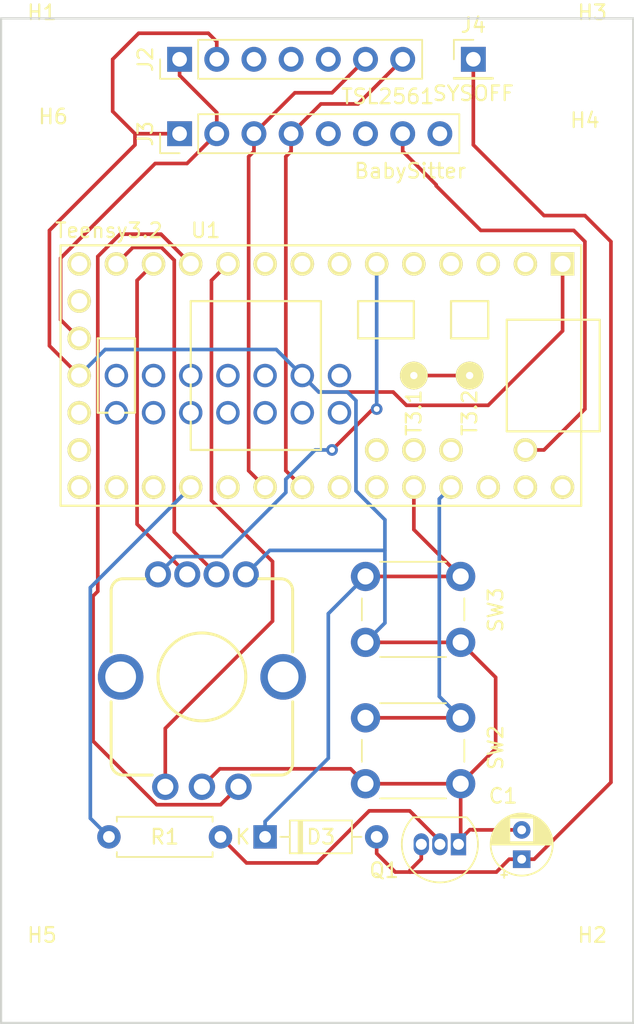
<source format=kicad_pcb>
(kicad_pcb (version 20171130) (host pcbnew 5.0.2-bee76a0~70~ubuntu18.04.1)

  (general
    (thickness 1.6)
    (drawings 9)
    (tracks 158)
    (zones 0)
    (modules 17)
    (nets 17)
  )

  (page A4)
  (layers
    (0 F.Cu signal)
    (31 B.Cu signal)
    (32 B.Adhes user)
    (33 F.Adhes user)
    (34 B.Paste user)
    (35 F.Paste user)
    (36 B.SilkS user)
    (37 F.SilkS user)
    (38 B.Mask user)
    (39 F.Mask user)
    (40 Dwgs.User user)
    (41 Cmts.User user)
    (42 Eco1.User user)
    (43 Eco2.User user)
    (44 Edge.Cuts user)
    (45 Margin user)
    (46 B.CrtYd user)
    (47 F.CrtYd user)
    (48 B.Fab user)
    (49 F.Fab user hide)
  )

  (setup
    (last_trace_width 0.25)
    (trace_clearance 0.2)
    (zone_clearance 0.508)
    (zone_45_only no)
    (trace_min 0.2)
    (segment_width 0.2)
    (edge_width 0.15)
    (via_size 0.8)
    (via_drill 0.4)
    (via_min_size 0.4)
    (via_min_drill 0.3)
    (uvia_size 0.3)
    (uvia_drill 0.1)
    (uvias_allowed no)
    (uvia_min_size 0.2)
    (uvia_min_drill 0.1)
    (pcb_text_width 0.3)
    (pcb_text_size 1.5 1.5)
    (mod_edge_width 0.15)
    (mod_text_size 1 1)
    (mod_text_width 0.15)
    (pad_size 1.524 1.524)
    (pad_drill 0.762)
    (pad_to_mask_clearance 0.051)
    (solder_mask_min_width 0.25)
    (aux_axis_origin 0 0)
    (visible_elements FFFFFF7F)
    (pcbplotparams
      (layerselection 0x010fc_ffffffff)
      (usegerberextensions false)
      (usegerberattributes false)
      (usegerberadvancedattributes false)
      (creategerberjobfile false)
      (excludeedgelayer true)
      (linewidth 0.100000)
      (plotframeref false)
      (viasonmask false)
      (mode 1)
      (useauxorigin false)
      (hpglpennumber 1)
      (hpglpenspeed 20)
      (hpglpendiameter 15.000000)
      (psnegative false)
      (psa4output false)
      (plotreference true)
      (plotvalue true)
      (plotinvisibletext false)
      (padsonsilk false)
      (subtractmaskfromsilk false)
      (outputformat 1)
      (mirror false)
      (drillshape 0)
      (scaleselection 1)
      (outputdirectory "gerbers/"))
  )

  (net 0 "")
  (net 1 "Net-(C1-Pad1)")
  (net 2 GND)
  (net 3 "Net-(D3-Pad1)")
  (net 4 Vpu)
  (net 5 SDA)
  (net 6 SCL)
  (net 7 /VOUT+)
  (net 8 "Net-(Q1-Pad2)")
  (net 9 PWROFF)
  (net 10 "Net-(SW2-Pad1)")
  (net 11 LED_G)
  (net 12 LED_R)
  (net 13 SW_ROT)
  (net 14 "Net-(U1-Pad52)")
  (net 15 ENC_B)
  (net 16 ENC_A)

  (net_class Default "This is the default net class."
    (clearance 0.2)
    (trace_width 0.25)
    (via_dia 0.8)
    (via_drill 0.4)
    (uvia_dia 0.3)
    (uvia_drill 0.1)
    (add_net /VOUT+)
    (add_net ENC_A)
    (add_net ENC_B)
    (add_net GND)
    (add_net LED_G)
    (add_net LED_R)
    (add_net "Net-(C1-Pad1)")
    (add_net "Net-(D3-Pad1)")
    (add_net "Net-(Q1-Pad2)")
    (add_net "Net-(SW2-Pad1)")
    (add_net "Net-(U1-Pad52)")
    (add_net PWROFF)
    (add_net SCL)
    (add_net SDA)
    (add_net SW_ROT)
    (add_net Vpu)
  )

  (module Capacitor_THT:CP_Radial_D4.0mm_P2.00mm (layer F.Cu) (tedit 5AE50EF0) (tstamp 5C593706)
    (at 63.5 70.104 90)
    (descr "CP, Radial series, Radial, pin pitch=2.00mm, , diameter=4mm, Electrolytic Capacitor")
    (tags "CP Radial series Radial pin pitch 2.00mm  diameter 4mm Electrolytic Capacitor")
    (path /5C346F35)
    (fp_text reference C1 (at 4.318 -1.27 180) (layer F.SilkS)
      (effects (font (size 1 1) (thickness 0.15)))
    )
    (fp_text value 10uF (at 1 3.25 90) (layer F.Fab)
      (effects (font (size 1 1) (thickness 0.15)))
    )
    (fp_circle (center 1 0) (end 3 0) (layer F.Fab) (width 0.1))
    (fp_circle (center 1 0) (end 3.12 0) (layer F.SilkS) (width 0.12))
    (fp_circle (center 1 0) (end 3.25 0) (layer F.CrtYd) (width 0.05))
    (fp_line (start -0.702554 -0.8675) (end -0.302554 -0.8675) (layer F.Fab) (width 0.1))
    (fp_line (start -0.502554 -1.0675) (end -0.502554 -0.6675) (layer F.Fab) (width 0.1))
    (fp_line (start 1 -2.08) (end 1 2.08) (layer F.SilkS) (width 0.12))
    (fp_line (start 1.04 -2.08) (end 1.04 2.08) (layer F.SilkS) (width 0.12))
    (fp_line (start 1.08 -2.079) (end 1.08 2.079) (layer F.SilkS) (width 0.12))
    (fp_line (start 1.12 -2.077) (end 1.12 2.077) (layer F.SilkS) (width 0.12))
    (fp_line (start 1.16 -2.074) (end 1.16 2.074) (layer F.SilkS) (width 0.12))
    (fp_line (start 1.2 -2.071) (end 1.2 -0.84) (layer F.SilkS) (width 0.12))
    (fp_line (start 1.2 0.84) (end 1.2 2.071) (layer F.SilkS) (width 0.12))
    (fp_line (start 1.24 -2.067) (end 1.24 -0.84) (layer F.SilkS) (width 0.12))
    (fp_line (start 1.24 0.84) (end 1.24 2.067) (layer F.SilkS) (width 0.12))
    (fp_line (start 1.28 -2.062) (end 1.28 -0.84) (layer F.SilkS) (width 0.12))
    (fp_line (start 1.28 0.84) (end 1.28 2.062) (layer F.SilkS) (width 0.12))
    (fp_line (start 1.32 -2.056) (end 1.32 -0.84) (layer F.SilkS) (width 0.12))
    (fp_line (start 1.32 0.84) (end 1.32 2.056) (layer F.SilkS) (width 0.12))
    (fp_line (start 1.36 -2.05) (end 1.36 -0.84) (layer F.SilkS) (width 0.12))
    (fp_line (start 1.36 0.84) (end 1.36 2.05) (layer F.SilkS) (width 0.12))
    (fp_line (start 1.4 -2.042) (end 1.4 -0.84) (layer F.SilkS) (width 0.12))
    (fp_line (start 1.4 0.84) (end 1.4 2.042) (layer F.SilkS) (width 0.12))
    (fp_line (start 1.44 -2.034) (end 1.44 -0.84) (layer F.SilkS) (width 0.12))
    (fp_line (start 1.44 0.84) (end 1.44 2.034) (layer F.SilkS) (width 0.12))
    (fp_line (start 1.48 -2.025) (end 1.48 -0.84) (layer F.SilkS) (width 0.12))
    (fp_line (start 1.48 0.84) (end 1.48 2.025) (layer F.SilkS) (width 0.12))
    (fp_line (start 1.52 -2.016) (end 1.52 -0.84) (layer F.SilkS) (width 0.12))
    (fp_line (start 1.52 0.84) (end 1.52 2.016) (layer F.SilkS) (width 0.12))
    (fp_line (start 1.56 -2.005) (end 1.56 -0.84) (layer F.SilkS) (width 0.12))
    (fp_line (start 1.56 0.84) (end 1.56 2.005) (layer F.SilkS) (width 0.12))
    (fp_line (start 1.6 -1.994) (end 1.6 -0.84) (layer F.SilkS) (width 0.12))
    (fp_line (start 1.6 0.84) (end 1.6 1.994) (layer F.SilkS) (width 0.12))
    (fp_line (start 1.64 -1.982) (end 1.64 -0.84) (layer F.SilkS) (width 0.12))
    (fp_line (start 1.64 0.84) (end 1.64 1.982) (layer F.SilkS) (width 0.12))
    (fp_line (start 1.68 -1.968) (end 1.68 -0.84) (layer F.SilkS) (width 0.12))
    (fp_line (start 1.68 0.84) (end 1.68 1.968) (layer F.SilkS) (width 0.12))
    (fp_line (start 1.721 -1.954) (end 1.721 -0.84) (layer F.SilkS) (width 0.12))
    (fp_line (start 1.721 0.84) (end 1.721 1.954) (layer F.SilkS) (width 0.12))
    (fp_line (start 1.761 -1.94) (end 1.761 -0.84) (layer F.SilkS) (width 0.12))
    (fp_line (start 1.761 0.84) (end 1.761 1.94) (layer F.SilkS) (width 0.12))
    (fp_line (start 1.801 -1.924) (end 1.801 -0.84) (layer F.SilkS) (width 0.12))
    (fp_line (start 1.801 0.84) (end 1.801 1.924) (layer F.SilkS) (width 0.12))
    (fp_line (start 1.841 -1.907) (end 1.841 -0.84) (layer F.SilkS) (width 0.12))
    (fp_line (start 1.841 0.84) (end 1.841 1.907) (layer F.SilkS) (width 0.12))
    (fp_line (start 1.881 -1.889) (end 1.881 -0.84) (layer F.SilkS) (width 0.12))
    (fp_line (start 1.881 0.84) (end 1.881 1.889) (layer F.SilkS) (width 0.12))
    (fp_line (start 1.921 -1.87) (end 1.921 -0.84) (layer F.SilkS) (width 0.12))
    (fp_line (start 1.921 0.84) (end 1.921 1.87) (layer F.SilkS) (width 0.12))
    (fp_line (start 1.961 -1.851) (end 1.961 -0.84) (layer F.SilkS) (width 0.12))
    (fp_line (start 1.961 0.84) (end 1.961 1.851) (layer F.SilkS) (width 0.12))
    (fp_line (start 2.001 -1.83) (end 2.001 -0.84) (layer F.SilkS) (width 0.12))
    (fp_line (start 2.001 0.84) (end 2.001 1.83) (layer F.SilkS) (width 0.12))
    (fp_line (start 2.041 -1.808) (end 2.041 -0.84) (layer F.SilkS) (width 0.12))
    (fp_line (start 2.041 0.84) (end 2.041 1.808) (layer F.SilkS) (width 0.12))
    (fp_line (start 2.081 -1.785) (end 2.081 -0.84) (layer F.SilkS) (width 0.12))
    (fp_line (start 2.081 0.84) (end 2.081 1.785) (layer F.SilkS) (width 0.12))
    (fp_line (start 2.121 -1.76) (end 2.121 -0.84) (layer F.SilkS) (width 0.12))
    (fp_line (start 2.121 0.84) (end 2.121 1.76) (layer F.SilkS) (width 0.12))
    (fp_line (start 2.161 -1.735) (end 2.161 -0.84) (layer F.SilkS) (width 0.12))
    (fp_line (start 2.161 0.84) (end 2.161 1.735) (layer F.SilkS) (width 0.12))
    (fp_line (start 2.201 -1.708) (end 2.201 -0.84) (layer F.SilkS) (width 0.12))
    (fp_line (start 2.201 0.84) (end 2.201 1.708) (layer F.SilkS) (width 0.12))
    (fp_line (start 2.241 -1.68) (end 2.241 -0.84) (layer F.SilkS) (width 0.12))
    (fp_line (start 2.241 0.84) (end 2.241 1.68) (layer F.SilkS) (width 0.12))
    (fp_line (start 2.281 -1.65) (end 2.281 -0.84) (layer F.SilkS) (width 0.12))
    (fp_line (start 2.281 0.84) (end 2.281 1.65) (layer F.SilkS) (width 0.12))
    (fp_line (start 2.321 -1.619) (end 2.321 -0.84) (layer F.SilkS) (width 0.12))
    (fp_line (start 2.321 0.84) (end 2.321 1.619) (layer F.SilkS) (width 0.12))
    (fp_line (start 2.361 -1.587) (end 2.361 -0.84) (layer F.SilkS) (width 0.12))
    (fp_line (start 2.361 0.84) (end 2.361 1.587) (layer F.SilkS) (width 0.12))
    (fp_line (start 2.401 -1.552) (end 2.401 -0.84) (layer F.SilkS) (width 0.12))
    (fp_line (start 2.401 0.84) (end 2.401 1.552) (layer F.SilkS) (width 0.12))
    (fp_line (start 2.441 -1.516) (end 2.441 -0.84) (layer F.SilkS) (width 0.12))
    (fp_line (start 2.441 0.84) (end 2.441 1.516) (layer F.SilkS) (width 0.12))
    (fp_line (start 2.481 -1.478) (end 2.481 -0.84) (layer F.SilkS) (width 0.12))
    (fp_line (start 2.481 0.84) (end 2.481 1.478) (layer F.SilkS) (width 0.12))
    (fp_line (start 2.521 -1.438) (end 2.521 -0.84) (layer F.SilkS) (width 0.12))
    (fp_line (start 2.521 0.84) (end 2.521 1.438) (layer F.SilkS) (width 0.12))
    (fp_line (start 2.561 -1.396) (end 2.561 -0.84) (layer F.SilkS) (width 0.12))
    (fp_line (start 2.561 0.84) (end 2.561 1.396) (layer F.SilkS) (width 0.12))
    (fp_line (start 2.601 -1.351) (end 2.601 -0.84) (layer F.SilkS) (width 0.12))
    (fp_line (start 2.601 0.84) (end 2.601 1.351) (layer F.SilkS) (width 0.12))
    (fp_line (start 2.641 -1.304) (end 2.641 -0.84) (layer F.SilkS) (width 0.12))
    (fp_line (start 2.641 0.84) (end 2.641 1.304) (layer F.SilkS) (width 0.12))
    (fp_line (start 2.681 -1.254) (end 2.681 -0.84) (layer F.SilkS) (width 0.12))
    (fp_line (start 2.681 0.84) (end 2.681 1.254) (layer F.SilkS) (width 0.12))
    (fp_line (start 2.721 -1.2) (end 2.721 -0.84) (layer F.SilkS) (width 0.12))
    (fp_line (start 2.721 0.84) (end 2.721 1.2) (layer F.SilkS) (width 0.12))
    (fp_line (start 2.761 -1.142) (end 2.761 -0.84) (layer F.SilkS) (width 0.12))
    (fp_line (start 2.761 0.84) (end 2.761 1.142) (layer F.SilkS) (width 0.12))
    (fp_line (start 2.801 -1.08) (end 2.801 -0.84) (layer F.SilkS) (width 0.12))
    (fp_line (start 2.801 0.84) (end 2.801 1.08) (layer F.SilkS) (width 0.12))
    (fp_line (start 2.841 -1.013) (end 2.841 1.013) (layer F.SilkS) (width 0.12))
    (fp_line (start 2.881 -0.94) (end 2.881 0.94) (layer F.SilkS) (width 0.12))
    (fp_line (start 2.921 -0.859) (end 2.921 0.859) (layer F.SilkS) (width 0.12))
    (fp_line (start 2.961 -0.768) (end 2.961 0.768) (layer F.SilkS) (width 0.12))
    (fp_line (start 3.001 -0.664) (end 3.001 0.664) (layer F.SilkS) (width 0.12))
    (fp_line (start 3.041 -0.537) (end 3.041 0.537) (layer F.SilkS) (width 0.12))
    (fp_line (start 3.081 -0.37) (end 3.081 0.37) (layer F.SilkS) (width 0.12))
    (fp_line (start -1.269801 -1.195) (end -0.869801 -1.195) (layer F.SilkS) (width 0.12))
    (fp_line (start -1.069801 -1.395) (end -1.069801 -0.995) (layer F.SilkS) (width 0.12))
    (fp_text user %R (at 1 0 90) (layer F.Fab)
      (effects (font (size 0.8 0.8) (thickness 0.12)))
    )
    (pad 1 thru_hole rect (at 0 0 90) (size 1.2 1.2) (drill 0.6) (layers *.Cu *.Mask)
      (net 1 "Net-(C1-Pad1)"))
    (pad 2 thru_hole circle (at 2 0 90) (size 1.2 1.2) (drill 0.6) (layers *.Cu *.Mask)
      (net 2 GND))
    (model ${KISYS3DMOD}/Capacitor_THT.3dshapes/CP_Radial_D4.0mm_P2.00mm.wrl
      (at (xyz 0 0 0))
      (scale (xyz 1 1 1))
      (rotate (xyz 0 0 0))
    )
  )

  (module Diode_THT:D_DO-35_SOD27_P7.62mm_Horizontal (layer F.Cu) (tedit 5AE50CD5) (tstamp 5C59397D)
    (at 45.974 68.58)
    (descr "Diode, DO-35_SOD27 series, Axial, Horizontal, pin pitch=7.62mm, , length*diameter=4*2mm^2, , http://www.diodes.com/_files/packages/DO-35.pdf")
    (tags "Diode DO-35_SOD27 series Axial Horizontal pin pitch 7.62mm  length 4mm diameter 2mm")
    (path /5C347160)
    (fp_text reference D3 (at 3.81 0) (layer F.SilkS)
      (effects (font (size 1 1) (thickness 0.15)))
    )
    (fp_text value 1N4148 (at 3.81 2.12) (layer F.Fab)
      (effects (font (size 1 1) (thickness 0.15)))
    )
    (fp_line (start 1.81 -1) (end 1.81 1) (layer F.Fab) (width 0.1))
    (fp_line (start 1.81 1) (end 5.81 1) (layer F.Fab) (width 0.1))
    (fp_line (start 5.81 1) (end 5.81 -1) (layer F.Fab) (width 0.1))
    (fp_line (start 5.81 -1) (end 1.81 -1) (layer F.Fab) (width 0.1))
    (fp_line (start 0 0) (end 1.81 0) (layer F.Fab) (width 0.1))
    (fp_line (start 7.62 0) (end 5.81 0) (layer F.Fab) (width 0.1))
    (fp_line (start 2.41 -1) (end 2.41 1) (layer F.Fab) (width 0.1))
    (fp_line (start 2.51 -1) (end 2.51 1) (layer F.Fab) (width 0.1))
    (fp_line (start 2.31 -1) (end 2.31 1) (layer F.Fab) (width 0.1))
    (fp_line (start 1.69 -1.12) (end 1.69 1.12) (layer F.SilkS) (width 0.12))
    (fp_line (start 1.69 1.12) (end 5.93 1.12) (layer F.SilkS) (width 0.12))
    (fp_line (start 5.93 1.12) (end 5.93 -1.12) (layer F.SilkS) (width 0.12))
    (fp_line (start 5.93 -1.12) (end 1.69 -1.12) (layer F.SilkS) (width 0.12))
    (fp_line (start 1.04 0) (end 1.69 0) (layer F.SilkS) (width 0.12))
    (fp_line (start 6.58 0) (end 5.93 0) (layer F.SilkS) (width 0.12))
    (fp_line (start 2.41 -1.12) (end 2.41 1.12) (layer F.SilkS) (width 0.12))
    (fp_line (start 2.53 -1.12) (end 2.53 1.12) (layer F.SilkS) (width 0.12))
    (fp_line (start 2.29 -1.12) (end 2.29 1.12) (layer F.SilkS) (width 0.12))
    (fp_line (start -1.05 -1.25) (end -1.05 1.25) (layer F.CrtYd) (width 0.05))
    (fp_line (start -1.05 1.25) (end 8.67 1.25) (layer F.CrtYd) (width 0.05))
    (fp_line (start 8.67 1.25) (end 8.67 -1.25) (layer F.CrtYd) (width 0.05))
    (fp_line (start 8.67 -1.25) (end -1.05 -1.25) (layer F.CrtYd) (width 0.05))
    (fp_text user %R (at 4.11 0) (layer F.Fab)
      (effects (font (size 0.8 0.8) (thickness 0.12)))
    )
    (fp_text user K (at 0 -1.8) (layer F.Fab)
      (effects (font (size 1 1) (thickness 0.15)))
    )
    (fp_text user K (at -1.524 0) (layer F.SilkS)
      (effects (font (size 1 1) (thickness 0.15)))
    )
    (pad 1 thru_hole rect (at 0 0) (size 1.6 1.6) (drill 0.8) (layers *.Cu *.Mask)
      (net 3 "Net-(D3-Pad1)"))
    (pad 2 thru_hole oval (at 7.62 0) (size 1.6 1.6) (drill 0.8) (layers *.Cu *.Mask)
      (net 1 "Net-(C1-Pad1)"))
    (model ${KISYS3DMOD}/Diode_THT.3dshapes/D_DO-35_SOD27_P7.62mm_Horizontal.wrl
      (at (xyz 0 0 0))
      (scale (xyz 1 1 1))
      (rotate (xyz 0 0 0))
    )
  )

  (module Connector_PinHeader_2.54mm:PinHeader_1x07_P2.54mm_Vertical (layer F.Cu) (tedit 5C3478E5) (tstamp 5C59388F)
    (at 40.132 15.494 90)
    (descr "Through hole straight pin header, 1x07, 2.54mm pitch, single row")
    (tags "Through hole pin header THT 1x07 2.54mm single row")
    (path /5C346449)
    (fp_text reference J2 (at 0 -2.33 90) (layer F.SilkS)
      (effects (font (size 1 1) (thickness 0.15)))
    )
    (fp_text value TSL2561 (at -2.54 14.224 180) (layer F.SilkS)
      (effects (font (size 1 1) (thickness 0.15)))
    )
    (fp_line (start -0.635 -1.27) (end 1.27 -1.27) (layer F.Fab) (width 0.1))
    (fp_line (start 1.27 -1.27) (end 1.27 16.51) (layer F.Fab) (width 0.1))
    (fp_line (start 1.27 16.51) (end -1.27 16.51) (layer F.Fab) (width 0.1))
    (fp_line (start -1.27 16.51) (end -1.27 -0.635) (layer F.Fab) (width 0.1))
    (fp_line (start -1.27 -0.635) (end -0.635 -1.27) (layer F.Fab) (width 0.1))
    (fp_line (start -1.33 16.57) (end 1.33 16.57) (layer F.SilkS) (width 0.12))
    (fp_line (start -1.33 1.27) (end -1.33 16.57) (layer F.SilkS) (width 0.12))
    (fp_line (start 1.33 1.27) (end 1.33 16.57) (layer F.SilkS) (width 0.12))
    (fp_line (start -1.33 1.27) (end 1.33 1.27) (layer F.SilkS) (width 0.12))
    (fp_line (start -1.33 0) (end -1.33 -1.33) (layer F.SilkS) (width 0.12))
    (fp_line (start -1.33 -1.33) (end 0 -1.33) (layer F.SilkS) (width 0.12))
    (fp_line (start -1.8 -1.8) (end -1.8 17.05) (layer F.CrtYd) (width 0.05))
    (fp_line (start -1.8 17.05) (end 1.8 17.05) (layer F.CrtYd) (width 0.05))
    (fp_line (start 1.8 17.05) (end 1.8 -1.8) (layer F.CrtYd) (width 0.05))
    (fp_line (start 1.8 -1.8) (end -1.8 -1.8) (layer F.CrtYd) (width 0.05))
    (fp_text user %R (at 0 7.62 180) (layer F.Fab)
      (effects (font (size 1 1) (thickness 0.15)))
    )
    (pad 1 thru_hole rect (at 0 0 90) (size 1.7 1.7) (drill 1) (layers *.Cu *.Mask)
      (net 4 Vpu))
    (pad 2 thru_hole oval (at 0 2.54 90) (size 1.7 1.7) (drill 1) (layers *.Cu *.Mask)
      (net 2 GND))
    (pad 3 thru_hole oval (at 0 5.08 90) (size 1.7 1.7) (drill 1) (layers *.Cu *.Mask))
    (pad 4 thru_hole oval (at 0 7.62 90) (size 1.7 1.7) (drill 1) (layers *.Cu *.Mask))
    (pad 5 thru_hole oval (at 0 10.16 90) (size 1.7 1.7) (drill 1) (layers *.Cu *.Mask))
    (pad 6 thru_hole oval (at 0 12.7 90) (size 1.7 1.7) (drill 1) (layers *.Cu *.Mask)
      (net 5 SDA))
    (pad 7 thru_hole oval (at 0 15.24 90) (size 1.7 1.7) (drill 1) (layers *.Cu *.Mask)
      (net 6 SCL))
    (model ${KISYS3DMOD}/Connector_PinHeader_2.54mm.3dshapes/PinHeader_1x07_P2.54mm_Vertical.wrl
      (at (xyz 0 0 0))
      (scale (xyz 1 1 1))
      (rotate (xyz 0 0 0))
    )
  )

  (module Connector_PinHeader_2.54mm:PinHeader_1x08_P2.54mm_Vertical (layer F.Cu) (tedit 5C3478EB) (tstamp 5C5939D4)
    (at 40.132 20.574 90)
    (descr "Through hole straight pin header, 1x08, 2.54mm pitch, single row")
    (tags "Through hole pin header THT 1x08 2.54mm single row")
    (path /5C346645)
    (fp_text reference J3 (at 0 -2.33 90) (layer F.SilkS)
      (effects (font (size 1 1) (thickness 0.15)))
    )
    (fp_text value BabySitter (at -2.54 15.748 180) (layer F.SilkS)
      (effects (font (size 1 1) (thickness 0.15)))
    )
    (fp_line (start -0.635 -1.27) (end 1.27 -1.27) (layer F.Fab) (width 0.1))
    (fp_line (start 1.27 -1.27) (end 1.27 19.05) (layer F.Fab) (width 0.1))
    (fp_line (start 1.27 19.05) (end -1.27 19.05) (layer F.Fab) (width 0.1))
    (fp_line (start -1.27 19.05) (end -1.27 -0.635) (layer F.Fab) (width 0.1))
    (fp_line (start -1.27 -0.635) (end -0.635 -1.27) (layer F.Fab) (width 0.1))
    (fp_line (start -1.33 19.11) (end 1.33 19.11) (layer F.SilkS) (width 0.12))
    (fp_line (start -1.33 1.27) (end -1.33 19.11) (layer F.SilkS) (width 0.12))
    (fp_line (start 1.33 1.27) (end 1.33 19.11) (layer F.SilkS) (width 0.12))
    (fp_line (start -1.33 1.27) (end 1.33 1.27) (layer F.SilkS) (width 0.12))
    (fp_line (start -1.33 0) (end -1.33 -1.33) (layer F.SilkS) (width 0.12))
    (fp_line (start -1.33 -1.33) (end 0 -1.33) (layer F.SilkS) (width 0.12))
    (fp_line (start -1.8 -1.8) (end -1.8 19.55) (layer F.CrtYd) (width 0.05))
    (fp_line (start -1.8 19.55) (end 1.8 19.55) (layer F.CrtYd) (width 0.05))
    (fp_line (start 1.8 19.55) (end 1.8 -1.8) (layer F.CrtYd) (width 0.05))
    (fp_line (start 1.8 -1.8) (end -1.8 -1.8) (layer F.CrtYd) (width 0.05))
    (fp_text user %R (at 0 8.89 180) (layer F.Fab)
      (effects (font (size 1 1) (thickness 0.15)))
    )
    (pad 1 thru_hole rect (at 0 0 90) (size 1.7 1.7) (drill 1) (layers *.Cu *.Mask)
      (net 2 GND))
    (pad 2 thru_hole oval (at 0 2.54 90) (size 1.7 1.7) (drill 1) (layers *.Cu *.Mask)
      (net 4 Vpu))
    (pad 3 thru_hole oval (at 0 5.08 90) (size 1.7 1.7) (drill 1) (layers *.Cu *.Mask)
      (net 5 SDA))
    (pad 4 thru_hole oval (at 0 7.62 90) (size 1.7 1.7) (drill 1) (layers *.Cu *.Mask)
      (net 6 SCL))
    (pad 5 thru_hole oval (at 0 10.16 90) (size 1.7 1.7) (drill 1) (layers *.Cu *.Mask))
    (pad 6 thru_hole oval (at 0 12.7 90) (size 1.7 1.7) (drill 1) (layers *.Cu *.Mask))
    (pad 7 thru_hole oval (at 0 15.24 90) (size 1.7 1.7) (drill 1) (layers *.Cu *.Mask)
      (net 7 /VOUT+))
    (pad 8 thru_hole oval (at 0 17.78 90) (size 1.7 1.7) (drill 1) (layers *.Cu *.Mask))
    (model ${KISYS3DMOD}/Connector_PinHeader_2.54mm.3dshapes/PinHeader_1x08_P2.54mm_Vertical.wrl
      (at (xyz 0 0 0))
      (scale (xyz 1 1 1))
      (rotate (xyz 0 0 0))
    )
  )

  (module Connector_PinHeader_2.54mm:PinHeader_1x01_P2.54mm_Vertical (layer F.Cu) (tedit 5C34793F) (tstamp 5C5937F0)
    (at 60.198 15.494)
    (descr "Through hole straight pin header, 1x01, 2.54mm pitch, single row")
    (tags "Through hole pin header THT 1x01 2.54mm single row")
    (path /5C346BB9)
    (fp_text reference J4 (at 0 -2.33) (layer F.SilkS)
      (effects (font (size 1 1) (thickness 0.15)))
    )
    (fp_text value SYSOFF (at 0 2.33) (layer F.SilkS)
      (effects (font (size 1 1) (thickness 0.15)))
    )
    (fp_line (start -0.635 -1.27) (end 1.27 -1.27) (layer F.Fab) (width 0.1))
    (fp_line (start 1.27 -1.27) (end 1.27 1.27) (layer F.Fab) (width 0.1))
    (fp_line (start 1.27 1.27) (end -1.27 1.27) (layer F.Fab) (width 0.1))
    (fp_line (start -1.27 1.27) (end -1.27 -0.635) (layer F.Fab) (width 0.1))
    (fp_line (start -1.27 -0.635) (end -0.635 -1.27) (layer F.Fab) (width 0.1))
    (fp_line (start -1.33 1.33) (end 1.33 1.33) (layer F.SilkS) (width 0.12))
    (fp_line (start -1.33 1.27) (end -1.33 1.33) (layer F.SilkS) (width 0.12))
    (fp_line (start 1.33 1.27) (end 1.33 1.33) (layer F.SilkS) (width 0.12))
    (fp_line (start -1.33 1.27) (end 1.33 1.27) (layer F.SilkS) (width 0.12))
    (fp_line (start -1.33 0) (end -1.33 -1.33) (layer F.SilkS) (width 0.12))
    (fp_line (start -1.33 -1.33) (end 0 -1.33) (layer F.SilkS) (width 0.12))
    (fp_line (start -1.8 -1.8) (end -1.8 1.8) (layer F.CrtYd) (width 0.05))
    (fp_line (start -1.8 1.8) (end 1.8 1.8) (layer F.CrtYd) (width 0.05))
    (fp_line (start 1.8 1.8) (end 1.8 -1.8) (layer F.CrtYd) (width 0.05))
    (fp_line (start 1.8 -1.8) (end -1.8 -1.8) (layer F.CrtYd) (width 0.05))
    (fp_text user %R (at 0 0 90) (layer F.Fab)
      (effects (font (size 1 1) (thickness 0.15)))
    )
    (pad 1 thru_hole rect (at 0 0) (size 1.7 1.7) (drill 1) (layers *.Cu *.Mask)
      (net 1 "Net-(C1-Pad1)"))
    (model ${KISYS3DMOD}/Connector_PinHeader_2.54mm.3dshapes/PinHeader_1x01_P2.54mm_Vertical.wrl
      (at (xyz 0 0 0))
      (scale (xyz 1 1 1))
      (rotate (xyz 0 0 0))
    )
  )

  (module Package_TO_SOT_THT:TO-92_Inline (layer F.Cu) (tedit 5A1DD157) (tstamp 5C59384D)
    (at 59.182 69.088 180)
    (descr "TO-92 leads in-line, narrow, oval pads, drill 0.75mm (see NXP sot054_po.pdf)")
    (tags "to-92 sc-43 sc-43a sot54 PA33 transistor")
    (path /5C346E66)
    (fp_text reference Q1 (at 5.08 -1.778) (layer F.SilkS)
      (effects (font (size 1 1) (thickness 0.15)))
    )
    (fp_text value 2N3904 (at 1.27 2.79 180) (layer F.Fab)
      (effects (font (size 1 1) (thickness 0.15)))
    )
    (fp_text user %R (at 1.27 -3.56 180) (layer F.Fab)
      (effects (font (size 1 1) (thickness 0.15)))
    )
    (fp_line (start -0.53 1.85) (end 3.07 1.85) (layer F.SilkS) (width 0.12))
    (fp_line (start -0.5 1.75) (end 3 1.75) (layer F.Fab) (width 0.1))
    (fp_line (start -1.46 -2.73) (end 4 -2.73) (layer F.CrtYd) (width 0.05))
    (fp_line (start -1.46 -2.73) (end -1.46 2.01) (layer F.CrtYd) (width 0.05))
    (fp_line (start 4 2.01) (end 4 -2.73) (layer F.CrtYd) (width 0.05))
    (fp_line (start 4 2.01) (end -1.46 2.01) (layer F.CrtYd) (width 0.05))
    (fp_arc (start 1.27 0) (end 1.27 -2.48) (angle 135) (layer F.Fab) (width 0.1))
    (fp_arc (start 1.27 0) (end 1.27 -2.6) (angle -135) (layer F.SilkS) (width 0.12))
    (fp_arc (start 1.27 0) (end 1.27 -2.48) (angle -135) (layer F.Fab) (width 0.1))
    (fp_arc (start 1.27 0) (end 1.27 -2.6) (angle 135) (layer F.SilkS) (width 0.12))
    (pad 2 thru_hole oval (at 1.27 0 180) (size 1.05 1.5) (drill 0.75) (layers *.Cu *.Mask)
      (net 8 "Net-(Q1-Pad2)"))
    (pad 3 thru_hole oval (at 2.54 0 180) (size 1.05 1.5) (drill 0.75) (layers *.Cu *.Mask)
      (net 1 "Net-(C1-Pad1)"))
    (pad 1 thru_hole rect (at 0 0 180) (size 1.05 1.5) (drill 0.75) (layers *.Cu *.Mask)
      (net 2 GND))
    (model ${KISYS3DMOD}/Package_TO_SOT_THT.3dshapes/TO-92_Inline.wrl
      (at (xyz 0 0 0))
      (scale (xyz 1 1 1))
      (rotate (xyz 0 0 0))
    )
  )

  (module Resistor_THT:R_Axial_DIN0207_L6.3mm_D2.5mm_P7.62mm_Horizontal (layer F.Cu) (tedit 5AE5139B) (tstamp 5C5938D9)
    (at 42.926 68.58 180)
    (descr "Resistor, Axial_DIN0207 series, Axial, Horizontal, pin pitch=7.62mm, 0.25W = 1/4W, length*diameter=6.3*2.5mm^2, http://cdn-reichelt.de/documents/datenblatt/B400/1_4W%23YAG.pdf")
    (tags "Resistor Axial_DIN0207 series Axial Horizontal pin pitch 7.62mm 0.25W = 1/4W length 6.3mm diameter 2.5mm")
    (path /5C346CFC)
    (fp_text reference R1 (at 3.81 0 180) (layer F.SilkS)
      (effects (font (size 1 1) (thickness 0.15)))
    )
    (fp_text value 4.7k (at 3.81 2.37 180) (layer F.Fab)
      (effects (font (size 1 1) (thickness 0.15)))
    )
    (fp_line (start 0.66 -1.25) (end 0.66 1.25) (layer F.Fab) (width 0.1))
    (fp_line (start 0.66 1.25) (end 6.96 1.25) (layer F.Fab) (width 0.1))
    (fp_line (start 6.96 1.25) (end 6.96 -1.25) (layer F.Fab) (width 0.1))
    (fp_line (start 6.96 -1.25) (end 0.66 -1.25) (layer F.Fab) (width 0.1))
    (fp_line (start 0 0) (end 0.66 0) (layer F.Fab) (width 0.1))
    (fp_line (start 7.62 0) (end 6.96 0) (layer F.Fab) (width 0.1))
    (fp_line (start 0.54 -1.04) (end 0.54 -1.37) (layer F.SilkS) (width 0.12))
    (fp_line (start 0.54 -1.37) (end 7.08 -1.37) (layer F.SilkS) (width 0.12))
    (fp_line (start 7.08 -1.37) (end 7.08 -1.04) (layer F.SilkS) (width 0.12))
    (fp_line (start 0.54 1.04) (end 0.54 1.37) (layer F.SilkS) (width 0.12))
    (fp_line (start 0.54 1.37) (end 7.08 1.37) (layer F.SilkS) (width 0.12))
    (fp_line (start 7.08 1.37) (end 7.08 1.04) (layer F.SilkS) (width 0.12))
    (fp_line (start -1.05 -1.5) (end -1.05 1.5) (layer F.CrtYd) (width 0.05))
    (fp_line (start -1.05 1.5) (end 8.67 1.5) (layer F.CrtYd) (width 0.05))
    (fp_line (start 8.67 1.5) (end 8.67 -1.5) (layer F.CrtYd) (width 0.05))
    (fp_line (start 8.67 -1.5) (end -1.05 -1.5) (layer F.CrtYd) (width 0.05))
    (fp_text user %R (at 3.81 0 180) (layer F.Fab)
      (effects (font (size 1 1) (thickness 0.15)))
    )
    (pad 1 thru_hole circle (at 0 0 180) (size 1.6 1.6) (drill 0.8) (layers *.Cu *.Mask)
      (net 8 "Net-(Q1-Pad2)"))
    (pad 2 thru_hole oval (at 7.62 0 180) (size 1.6 1.6) (drill 0.8) (layers *.Cu *.Mask)
      (net 9 PWROFF))
    (model ${KISYS3DMOD}/Resistor_THT.3dshapes/R_Axial_DIN0207_L6.3mm_D2.5mm_P7.62mm_Horizontal.wrl
      (at (xyz 0 0 0))
      (scale (xyz 1 1 1))
      (rotate (xyz 0 0 0))
    )
  )

  (module Button_Switch_THT:SW_PUSH_6mm (layer F.Cu) (tedit 5A02FE31) (tstamp 5C593923)
    (at 52.832 60.452)
    (descr https://www.omron.com/ecb/products/pdf/en-b3f.pdf)
    (tags "tact sw push 6mm")
    (path /5C3474D9)
    (fp_text reference SW2 (at 8.89 2.032 90) (layer F.SilkS)
      (effects (font (size 1 1) (thickness 0.15)))
    )
    (fp_text value DOWN (at 3.75 6.7) (layer F.Fab)
      (effects (font (size 1 1) (thickness 0.15)))
    )
    (fp_text user %R (at 3.25 2.25) (layer F.Fab)
      (effects (font (size 1 1) (thickness 0.15)))
    )
    (fp_line (start 3.25 -0.75) (end 6.25 -0.75) (layer F.Fab) (width 0.1))
    (fp_line (start 6.25 -0.75) (end 6.25 5.25) (layer F.Fab) (width 0.1))
    (fp_line (start 6.25 5.25) (end 0.25 5.25) (layer F.Fab) (width 0.1))
    (fp_line (start 0.25 5.25) (end 0.25 -0.75) (layer F.Fab) (width 0.1))
    (fp_line (start 0.25 -0.75) (end 3.25 -0.75) (layer F.Fab) (width 0.1))
    (fp_line (start 7.75 6) (end 8 6) (layer F.CrtYd) (width 0.05))
    (fp_line (start 8 6) (end 8 5.75) (layer F.CrtYd) (width 0.05))
    (fp_line (start 7.75 -1.5) (end 8 -1.5) (layer F.CrtYd) (width 0.05))
    (fp_line (start 8 -1.5) (end 8 -1.25) (layer F.CrtYd) (width 0.05))
    (fp_line (start -1.5 -1.25) (end -1.5 -1.5) (layer F.CrtYd) (width 0.05))
    (fp_line (start -1.5 -1.5) (end -1.25 -1.5) (layer F.CrtYd) (width 0.05))
    (fp_line (start -1.5 5.75) (end -1.5 6) (layer F.CrtYd) (width 0.05))
    (fp_line (start -1.5 6) (end -1.25 6) (layer F.CrtYd) (width 0.05))
    (fp_line (start -1.25 -1.5) (end 7.75 -1.5) (layer F.CrtYd) (width 0.05))
    (fp_line (start -1.5 5.75) (end -1.5 -1.25) (layer F.CrtYd) (width 0.05))
    (fp_line (start 7.75 6) (end -1.25 6) (layer F.CrtYd) (width 0.05))
    (fp_line (start 8 -1.25) (end 8 5.75) (layer F.CrtYd) (width 0.05))
    (fp_line (start 1 5.5) (end 5.5 5.5) (layer F.SilkS) (width 0.12))
    (fp_line (start -0.25 1.5) (end -0.25 3) (layer F.SilkS) (width 0.12))
    (fp_line (start 5.5 -1) (end 1 -1) (layer F.SilkS) (width 0.12))
    (fp_line (start 6.75 3) (end 6.75 1.5) (layer F.SilkS) (width 0.12))
    (fp_circle (center 3.25 2.25) (end 1.25 2.5) (layer F.Fab) (width 0.1))
    (pad 2 thru_hole circle (at 0 4.5 90) (size 2 2) (drill 1.1) (layers *.Cu *.Mask)
      (net 2 GND))
    (pad 1 thru_hole circle (at 0 0 90) (size 2 2) (drill 1.1) (layers *.Cu *.Mask)
      (net 10 "Net-(SW2-Pad1)"))
    (pad 2 thru_hole circle (at 6.5 4.5 90) (size 2 2) (drill 1.1) (layers *.Cu *.Mask)
      (net 2 GND))
    (pad 1 thru_hole circle (at 6.5 0 90) (size 2 2) (drill 1.1) (layers *.Cu *.Mask)
      (net 10 "Net-(SW2-Pad1)"))
    (model ${KISYS3DMOD}/Button_Switch_THT.3dshapes/SW_PUSH_6mm.wrl
      (at (xyz 0 0 0))
      (scale (xyz 1 1 1))
      (rotate (xyz 0 0 0))
    )
  )

  (module Button_Switch_THT:SW_PUSH_6mm (layer F.Cu) (tedit 5A02FE31) (tstamp 5C593A28)
    (at 52.832 50.8)
    (descr https://www.omron.com/ecb/products/pdf/en-b3f.pdf)
    (tags "tact sw push 6mm")
    (path /5C347515)
    (fp_text reference SW3 (at 8.89 2.286 90) (layer F.SilkS)
      (effects (font (size 1 1) (thickness 0.15)))
    )
    (fp_text value UP (at 3.75 6.7) (layer F.Fab)
      (effects (font (size 1 1) (thickness 0.15)))
    )
    (fp_circle (center 3.25 2.25) (end 1.25 2.5) (layer F.Fab) (width 0.1))
    (fp_line (start 6.75 3) (end 6.75 1.5) (layer F.SilkS) (width 0.12))
    (fp_line (start 5.5 -1) (end 1 -1) (layer F.SilkS) (width 0.12))
    (fp_line (start -0.25 1.5) (end -0.25 3) (layer F.SilkS) (width 0.12))
    (fp_line (start 1 5.5) (end 5.5 5.5) (layer F.SilkS) (width 0.12))
    (fp_line (start 8 -1.25) (end 8 5.75) (layer F.CrtYd) (width 0.05))
    (fp_line (start 7.75 6) (end -1.25 6) (layer F.CrtYd) (width 0.05))
    (fp_line (start -1.5 5.75) (end -1.5 -1.25) (layer F.CrtYd) (width 0.05))
    (fp_line (start -1.25 -1.5) (end 7.75 -1.5) (layer F.CrtYd) (width 0.05))
    (fp_line (start -1.5 6) (end -1.25 6) (layer F.CrtYd) (width 0.05))
    (fp_line (start -1.5 5.75) (end -1.5 6) (layer F.CrtYd) (width 0.05))
    (fp_line (start -1.5 -1.5) (end -1.25 -1.5) (layer F.CrtYd) (width 0.05))
    (fp_line (start -1.5 -1.25) (end -1.5 -1.5) (layer F.CrtYd) (width 0.05))
    (fp_line (start 8 -1.5) (end 8 -1.25) (layer F.CrtYd) (width 0.05))
    (fp_line (start 7.75 -1.5) (end 8 -1.5) (layer F.CrtYd) (width 0.05))
    (fp_line (start 8 6) (end 8 5.75) (layer F.CrtYd) (width 0.05))
    (fp_line (start 7.75 6) (end 8 6) (layer F.CrtYd) (width 0.05))
    (fp_line (start 0.25 -0.75) (end 3.25 -0.75) (layer F.Fab) (width 0.1))
    (fp_line (start 0.25 5.25) (end 0.25 -0.75) (layer F.Fab) (width 0.1))
    (fp_line (start 6.25 5.25) (end 0.25 5.25) (layer F.Fab) (width 0.1))
    (fp_line (start 6.25 -0.75) (end 6.25 5.25) (layer F.Fab) (width 0.1))
    (fp_line (start 3.25 -0.75) (end 6.25 -0.75) (layer F.Fab) (width 0.1))
    (fp_text user %R (at 3.25 2.25) (layer F.Fab)
      (effects (font (size 1 1) (thickness 0.15)))
    )
    (pad 1 thru_hole circle (at 6.5 0 90) (size 2 2) (drill 1.1) (layers *.Cu *.Mask)
      (net 3 "Net-(D3-Pad1)"))
    (pad 2 thru_hole circle (at 6.5 4.5 90) (size 2 2) (drill 1.1) (layers *.Cu *.Mask)
      (net 2 GND))
    (pad 1 thru_hole circle (at 0 0 90) (size 2 2) (drill 1.1) (layers *.Cu *.Mask)
      (net 3 "Net-(D3-Pad1)"))
    (pad 2 thru_hole circle (at 0 4.5 90) (size 2 2) (drill 1.1) (layers *.Cu *.Mask)
      (net 2 GND))
    (model ${KISYS3DMOD}/Button_Switch_THT.3dshapes/SW_PUSH_6mm.wrl
      (at (xyz 0 0 0))
      (scale (xyz 1 1 1))
      (rotate (xyz 0 0 0))
    )
  )

  (module teensy:Teensy30_31_32_LC (layer F.Cu) (tedit 5C34791C) (tstamp 5C5935F3)
    (at 49.784 37.084 180)
    (path /5C3460FF)
    (fp_text reference U1 (at 7.874 9.906 180) (layer F.SilkS)
      (effects (font (size 1 1) (thickness 0.15)))
    )
    (fp_text value Teensy3.2 (at 14.478 9.906 180) (layer F.SilkS)
      (effects (font (size 1 1) (thickness 0.15)))
    )
    (fp_text user T3.2 (at -10.16 -2.54 270) (layer F.SilkS)
      (effects (font (size 1 1) (thickness 0.15)))
    )
    (fp_text user T3.1 (at -6.35 -2.54 270) (layer F.SilkS)
      (effects (font (size 1 1) (thickness 0.15)))
    )
    (fp_line (start -17.78 3.81) (end -19.05 3.81) (layer F.SilkS) (width 0.15))
    (fp_line (start -19.05 3.81) (end -19.05 -3.81) (layer F.SilkS) (width 0.15))
    (fp_line (start -19.05 -3.81) (end -17.78 -3.81) (layer F.SilkS) (width 0.15))
    (fp_line (start -6.35 5.08) (end -2.54 5.08) (layer F.SilkS) (width 0.15))
    (fp_line (start -2.54 5.08) (end -2.54 2.54) (layer F.SilkS) (width 0.15))
    (fp_line (start -2.54 2.54) (end -6.35 2.54) (layer F.SilkS) (width 0.15))
    (fp_line (start -6.35 2.54) (end -6.35 5.08) (layer F.SilkS) (width 0.15))
    (fp_line (start -12.7 3.81) (end -12.7 -3.81) (layer F.SilkS) (width 0.15))
    (fp_line (start -12.7 -3.81) (end -17.78 -3.81) (layer F.SilkS) (width 0.15))
    (fp_line (start -12.7 3.81) (end -17.78 3.81) (layer F.SilkS) (width 0.15))
    (fp_line (start -11.43 5.08) (end -8.89 5.08) (layer F.SilkS) (width 0.15))
    (fp_line (start -8.89 5.08) (end -8.89 2.54) (layer F.SilkS) (width 0.15))
    (fp_line (start -8.89 2.54) (end -11.43 2.54) (layer F.SilkS) (width 0.15))
    (fp_line (start -11.43 2.54) (end -11.43 5.08) (layer F.SilkS) (width 0.15))
    (fp_line (start 15.24 -2.54) (end 15.24 2.54) (layer F.SilkS) (width 0.15))
    (fp_line (start 15.24 2.54) (end 12.7 2.54) (layer F.SilkS) (width 0.15))
    (fp_line (start 12.7 2.54) (end 12.7 -2.54) (layer F.SilkS) (width 0.15))
    (fp_line (start 12.7 -2.54) (end 15.24 -2.54) (layer F.SilkS) (width 0.15))
    (fp_line (start 8.89 5.08) (end 8.89 -5.08) (layer F.SilkS) (width 0.15))
    (fp_line (start 0 -5.08) (end 0 5.08) (layer F.SilkS) (width 0.15))
    (fp_line (start 8.89 -5.08) (end 0 -5.08) (layer F.SilkS) (width 0.15))
    (fp_line (start 8.89 5.08) (end 0 5.08) (layer F.SilkS) (width 0.15))
    (fp_line (start -17.78 -8.89) (end 17.78 -8.89) (layer F.SilkS) (width 0.15))
    (fp_line (start 17.78 -8.89) (end 17.78 8.89) (layer F.SilkS) (width 0.15))
    (fp_line (start 17.78 8.89) (end -17.78 8.89) (layer F.SilkS) (width 0.15))
    (fp_line (start -17.78 8.89) (end -17.78 -8.89) (layer F.SilkS) (width 0.15))
    (pad 17 thru_hole circle (at 16.51 0 180) (size 1.6 1.6) (drill 1.1) (layers *.Cu *.Mask F.SilkS)
      (net 2 GND))
    (pad 18 thru_hole circle (at 16.51 -2.54 180) (size 1.6 1.6) (drill 1.1) (layers *.Cu *.Mask F.SilkS))
    (pad 19 thru_hole circle (at 16.51 -5.08 180) (size 1.6 1.6) (drill 1.1) (layers *.Cu *.Mask F.SilkS))
    (pad 20 thru_hole circle (at 16.51 -7.62 180) (size 1.6 1.6) (drill 1.1) (layers *.Cu *.Mask F.SilkS))
    (pad 16 thru_hole circle (at 16.51 2.54 180) (size 1.6 1.6) (drill 1.1) (layers *.Cu *.Mask F.SilkS)
      (net 4 Vpu))
    (pad 15 thru_hole circle (at 16.51 5.08 180) (size 1.6 1.6) (drill 1.1) (layers *.Cu *.Mask F.SilkS))
    (pad 14 thru_hole circle (at 16.51 7.62 180) (size 1.6 1.6) (drill 1.1) (layers *.Cu *.Mask F.SilkS))
    (pad 21 thru_hole circle (at 13.97 -7.62 180) (size 1.6 1.6) (drill 1.1) (layers *.Cu *.Mask F.SilkS))
    (pad 22 thru_hole circle (at 11.43 -7.62 180) (size 1.6 1.6) (drill 1.1) (layers *.Cu *.Mask F.SilkS))
    (pad 23 thru_hole circle (at 8.89 -7.62 180) (size 1.6 1.6) (drill 1.1) (layers *.Cu *.Mask F.SilkS)
      (net 9 PWROFF))
    (pad 24 thru_hole circle (at 6.35 -7.62 180) (size 1.6 1.6) (drill 1.1) (layers *.Cu *.Mask F.SilkS))
    (pad 25 thru_hole circle (at 3.81 -7.62 180) (size 1.6 1.6) (drill 1.1) (layers *.Cu *.Mask F.SilkS)
      (net 5 SDA))
    (pad 26 thru_hole circle (at 1.27 -7.62 180) (size 1.6 1.6) (drill 1.1) (layers *.Cu *.Mask F.SilkS)
      (net 6 SCL))
    (pad 27 thru_hole circle (at -1.27 -7.62 180) (size 1.6 1.6) (drill 1.1) (layers *.Cu *.Mask F.SilkS))
    (pad 28 thru_hole circle (at -3.81 -7.62 180) (size 1.6 1.6) (drill 1.1) (layers *.Cu *.Mask F.SilkS))
    (pad 29 thru_hole circle (at -6.35 -7.62 180) (size 1.6 1.6) (drill 1.1) (layers *.Cu *.Mask F.SilkS)
      (net 3 "Net-(D3-Pad1)"))
    (pad 30 thru_hole circle (at -8.89 -7.62 180) (size 1.6 1.6) (drill 1.1) (layers *.Cu *.Mask F.SilkS)
      (net 10 "Net-(SW2-Pad1)"))
    (pad 31 thru_hole circle (at -11.43 -7.62 180) (size 1.6 1.6) (drill 1.1) (layers *.Cu *.Mask F.SilkS))
    (pad 32 thru_hole circle (at -13.97 -7.62 180) (size 1.6 1.6) (drill 1.1) (layers *.Cu *.Mask F.SilkS))
    (pad 33 thru_hole circle (at -16.51 -7.62 180) (size 1.6 1.6) (drill 1.1) (layers *.Cu *.Mask F.SilkS))
    (pad 34 thru_hole circle (at -13.97 -5.08 180) (size 1.6 1.6) (drill 1.1) (layers *.Cu *.Mask F.SilkS)
      (net 7 /VOUT+))
    (pad 35 thru_hole circle (at -8.89 -5.08 180) (size 1.6 1.6) (drill 1.1) (layers *.Cu *.Mask F.SilkS))
    (pad 36 thru_hole circle (at -6.35 -5.08 180) (size 1.6 1.6) (drill 1.1) (layers *.Cu *.Mask F.SilkS))
    (pad 37 thru_hole circle (at -3.81 -5.08 180) (size 1.6 1.6) (drill 1.1) (layers *.Cu *.Mask F.SilkS))
    (pad 13 thru_hole circle (at 13.97 7.62 180) (size 1.6 1.6) (drill 1.1) (layers *.Cu *.Mask F.SilkS)
      (net 11 LED_G))
    (pad 12 thru_hole circle (at 11.43 7.62 180) (size 1.6 1.6) (drill 1.1) (layers *.Cu *.Mask F.SilkS)
      (net 12 LED_R))
    (pad 11 thru_hole circle (at 8.89 7.62 180) (size 1.6 1.6) (drill 1.1) (layers *.Cu *.Mask F.SilkS)
      (net 15 ENC_B))
    (pad 10 thru_hole circle (at 6.35 7.62 180) (size 1.6 1.6) (drill 1.1) (layers *.Cu *.Mask F.SilkS)
      (net 16 ENC_A))
    (pad 9 thru_hole circle (at 3.81 7.62 180) (size 1.6 1.6) (drill 1.1) (layers *.Cu *.Mask F.SilkS))
    (pad 8 thru_hole circle (at 1.27 7.62 180) (size 1.6 1.6) (drill 1.1) (layers *.Cu *.Mask F.SilkS))
    (pad 7 thru_hole circle (at -1.27 7.62 180) (size 1.6 1.6) (drill 1.1) (layers *.Cu *.Mask F.SilkS))
    (pad 6 thru_hole circle (at -3.81 7.62 180) (size 1.6 1.6) (drill 1.1) (layers *.Cu *.Mask F.SilkS)
      (net 13 SW_ROT))
    (pad 5 thru_hole circle (at -6.35 7.62 180) (size 1.6 1.6) (drill 1.1) (layers *.Cu *.Mask F.SilkS))
    (pad 4 thru_hole circle (at -8.89 7.62 180) (size 1.6 1.6) (drill 1.1) (layers *.Cu *.Mask F.SilkS))
    (pad 3 thru_hole circle (at -11.43 7.62 180) (size 1.6 1.6) (drill 1.1) (layers *.Cu *.Mask F.SilkS))
    (pad 2 thru_hole circle (at -13.97 7.62 180) (size 1.6 1.6) (drill 1.1) (layers *.Cu *.Mask F.SilkS))
    (pad 1 thru_hole rect (at -16.51 7.62 180) (size 1.6 1.6) (drill 1.1) (layers *.Cu *.Mask F.SilkS)
      (net 2 GND))
    (pad 38 thru_hole circle (at -1.27 0 180) (size 1.6 1.6) (drill 1.1) (layers *.Cu *.Mask))
    (pad 39 thru_hole circle (at 1.27 0 180) (size 1.6 1.6) (drill 1.1) (layers *.Cu *.Mask)
      (net 2 GND))
    (pad 40 thru_hole circle (at 3.81 0 180) (size 1.6 1.6) (drill 1.1) (layers *.Cu *.Mask))
    (pad 41 thru_hole circle (at 6.35 0 180) (size 1.6 1.6) (drill 1.1) (layers *.Cu *.Mask))
    (pad 42 thru_hole circle (at 8.89 0 180) (size 1.6 1.6) (drill 1.1) (layers *.Cu *.Mask))
    (pad 43 thru_hole circle (at 11.43 0 180) (size 1.6 1.6) (drill 1.1) (layers *.Cu *.Mask))
    (pad 44 thru_hole circle (at 13.97 0 180) (size 1.6 1.6) (drill 1.1) (layers *.Cu *.Mask))
    (pad 45 thru_hole circle (at 13.97 -2.54 180) (size 1.6 1.6) (drill 1.1) (layers *.Cu *.Mask))
    (pad 46 thru_hole circle (at 11.43 -2.54 180) (size 1.6 1.6) (drill 1.1) (layers *.Cu *.Mask))
    (pad 47 thru_hole circle (at 8.89 -2.54 180) (size 1.6 1.6) (drill 1.1) (layers *.Cu *.Mask))
    (pad 48 thru_hole circle (at 6.35 -2.54 180) (size 1.6 1.6) (drill 1.1) (layers *.Cu *.Mask))
    (pad 49 thru_hole circle (at 3.81 -2.54 180) (size 1.6 1.6) (drill 1.1) (layers *.Cu *.Mask))
    (pad 50 thru_hole circle (at 1.27 -2.54 180) (size 1.6 1.6) (drill 1.1) (layers *.Cu *.Mask))
    (pad 51 thru_hole circle (at -1.27 -2.54 180) (size 1.6 1.6) (drill 1.1) (layers *.Cu *.Mask))
    (pad 52 thru_hole circle (at -6.35 0 180) (size 1.9 1.9) (drill 0.5) (layers *.Cu *.Mask F.SilkS)
      (net 14 "Net-(U1-Pad52)"))
    (pad 52 thru_hole circle (at -10.16 0 180) (size 1.9 1.9) (drill 0.5) (layers *.Cu *.Mask F.SilkS)
      (net 14 "Net-(U1-Pad52)"))
  )

  (module MountingHole:MountingHole_2.2mm_M2 (layer F.Cu) (tedit 56D1B4CB) (tstamp 5C594932)
    (at 30.734 15.494)
    (descr "Mounting Hole 2.2mm, no annular, M2")
    (tags "mounting hole 2.2mm no annular m2")
    (path /5C355A9C)
    (attr virtual)
    (fp_text reference H1 (at 0 -3.2) (layer F.SilkS)
      (effects (font (size 1 1) (thickness 0.15)))
    )
    (fp_text value MountingHole (at 0 3.2) (layer F.Fab)
      (effects (font (size 1 1) (thickness 0.15)))
    )
    (fp_text user %R (at 0.3 0) (layer F.Fab)
      (effects (font (size 1 1) (thickness 0.15)))
    )
    (fp_circle (center 0 0) (end 2.2 0) (layer Cmts.User) (width 0.15))
    (fp_circle (center 0 0) (end 2.45 0) (layer F.CrtYd) (width 0.05))
    (pad 1 np_thru_hole circle (at 0 0) (size 2.2 2.2) (drill 2.2) (layers *.Cu *.Mask))
  )

  (module MountingHole:MountingHole_2.2mm_M2 (layer F.Cu) (tedit 56D1B4CB) (tstamp 5C59493A)
    (at 68.326 78.486)
    (descr "Mounting Hole 2.2mm, no annular, M2")
    (tags "mounting hole 2.2mm no annular m2")
    (path /5C355AFE)
    (attr virtual)
    (fp_text reference H2 (at 0 -3.2) (layer F.SilkS)
      (effects (font (size 1 1) (thickness 0.15)))
    )
    (fp_text value MountingHole (at 0 3.2) (layer F.Fab)
      (effects (font (size 1 1) (thickness 0.15)))
    )
    (fp_circle (center 0 0) (end 2.45 0) (layer F.CrtYd) (width 0.05))
    (fp_circle (center 0 0) (end 2.2 0) (layer Cmts.User) (width 0.15))
    (fp_text user %R (at 0.3 0) (layer F.Fab)
      (effects (font (size 1 1) (thickness 0.15)))
    )
    (pad 1 np_thru_hole circle (at 0 0) (size 2.2 2.2) (drill 2.2) (layers *.Cu *.Mask))
  )

  (module MountingHole:MountingHole_2.2mm_M2 (layer F.Cu) (tedit 56D1B4CB) (tstamp 5C594942)
    (at 68.326 15.494)
    (descr "Mounting Hole 2.2mm, no annular, M2")
    (tags "mounting hole 2.2mm no annular m2")
    (path /5C355B36)
    (attr virtual)
    (fp_text reference H3 (at 0 -3.2) (layer F.SilkS)
      (effects (font (size 1 1) (thickness 0.15)))
    )
    (fp_text value MountingHole (at 0 3.2) (layer F.Fab)
      (effects (font (size 1 1) (thickness 0.15)))
    )
    (fp_circle (center 0 0) (end 2.45 0) (layer F.CrtYd) (width 0.05))
    (fp_circle (center 0 0) (end 2.2 0) (layer Cmts.User) (width 0.15))
    (fp_text user %R (at 0.3 0) (layer F.Fab)
      (effects (font (size 1 1) (thickness 0.15)))
    )
    (pad 1 np_thru_hole circle (at 0 0) (size 2.2 2.2) (drill 2.2) (layers *.Cu *.Mask))
  )

  (module MountingHole:MountingHole_2.2mm_M2 (layer F.Cu) (tedit 56D1B4CB) (tstamp 5C59494A)
    (at 67.818 22.86)
    (descr "Mounting Hole 2.2mm, no annular, M2")
    (tags "mounting hole 2.2mm no annular m2")
    (path /5C355B6C)
    (attr virtual)
    (fp_text reference H4 (at 0 -3.2) (layer F.SilkS)
      (effects (font (size 1 1) (thickness 0.15)))
    )
    (fp_text value MountingHole (at 0 3.2) (layer F.Fab)
      (effects (font (size 1 1) (thickness 0.15)))
    )
    (fp_text user %R (at 0.3 0) (layer F.Fab)
      (effects (font (size 1 1) (thickness 0.15)))
    )
    (fp_circle (center 0 0) (end 2.2 0) (layer Cmts.User) (width 0.15))
    (fp_circle (center 0 0) (end 2.45 0) (layer F.CrtYd) (width 0.05))
    (pad 1 np_thru_hole circle (at 0 0) (size 2.2 2.2) (drill 2.2) (layers *.Cu *.Mask))
  )

  (module MountingHole:MountingHole_2.2mm_M2 (layer F.Cu) (tedit 56D1B4CB) (tstamp 5C594952)
    (at 30.734 78.486)
    (descr "Mounting Hole 2.2mm, no annular, M2")
    (tags "mounting hole 2.2mm no annular m2")
    (path /5C355BA0)
    (attr virtual)
    (fp_text reference H5 (at 0 -3.2) (layer F.SilkS)
      (effects (font (size 1 1) (thickness 0.15)))
    )
    (fp_text value MountingHole (at 0 3.2) (layer F.Fab)
      (effects (font (size 1 1) (thickness 0.15)))
    )
    (fp_circle (center 0 0) (end 2.45 0) (layer F.CrtYd) (width 0.05))
    (fp_circle (center 0 0) (end 2.2 0) (layer Cmts.User) (width 0.15))
    (fp_text user %R (at 0.3 0) (layer F.Fab)
      (effects (font (size 1 1) (thickness 0.15)))
    )
    (pad 1 np_thru_hole circle (at 0 0) (size 2.2 2.2) (drill 2.2) (layers *.Cu *.Mask))
  )

  (module MountingHole:MountingHole_2.2mm_M2 (layer F.Cu) (tedit 56D1B4CB) (tstamp 5C59495A)
    (at 31.496 22.606)
    (descr "Mounting Hole 2.2mm, no annular, M2")
    (tags "mounting hole 2.2mm no annular m2")
    (path /5C355BD6)
    (attr virtual)
    (fp_text reference H6 (at 0 -3.2) (layer F.SilkS)
      (effects (font (size 1 1) (thickness 0.15)))
    )
    (fp_text value MountingHole (at 0 3.2) (layer F.Fab)
      (effects (font (size 1 1) (thickness 0.15)))
    )
    (fp_text user %R (at 0.3 0) (layer F.Fab)
      (effects (font (size 1 1) (thickness 0.15)))
    )
    (fp_circle (center 0 0) (end 2.2 0) (layer Cmts.User) (width 0.15))
    (fp_circle (center 0 0) (end 2.45 0) (layer F.CrtYd) (width 0.05))
    (pad 1 np_thru_hole circle (at 0 0) (size 2.2 2.2) (drill 2.2) (layers *.Cu *.Mask))
  )

  (module SparkFun_Rotary_Encoder-Illuminated:ENCODER_LED_2_KIT (layer F.Cu) (tedit 0) (tstamp 5C6C0CA0)
    (at 41.656 57.658)
    (path /5C35AA5C)
    (fp_text reference U2 (at 0 0) (layer F.SilkS) hide
      (effects (font (size 1.27 1.27) (thickness 0.15)))
    )
    (fp_text value ENCODER_2LED (at 0 0) (layer F.SilkS) hide
      (effects (font (size 1.27 1.27) (thickness 0.15)))
    )
    (fp_line (start -3.9 -6.7) (end 3.9 -6.7) (layer F.Fab) (width 0.2032))
    (fp_line (start -6.2 -1.7) (end -6.2 -5.8938) (layer F.SilkS) (width 0.2032))
    (fp_arc (start -5.3938 -5.8938) (end -6.2 -5.8938) (angle 90) (layer F.SilkS) (width 0.2032))
    (fp_line (start -5.3938 -6.7) (end -3.9 -6.7) (layer F.SilkS) (width 0.2032))
    (fp_line (start 3.4 6.7) (end -3.4 6.7) (layer F.Fab) (width 0.2032))
    (fp_line (start -6.2 1.7) (end -6.2 -1.7) (layer F.Fab) (width 0.2032))
    (fp_line (start 6.2 -1.7) (end 6.2 1.7) (layer F.Fab) (width 0.2032))
    (fp_arc (start 5.3938 -5.8938) (end 6.2 -5.8938) (angle -90) (layer F.SilkS) (width 0.2032))
    (fp_line (start 5.3938 -6.7) (end 3.9 -6.7) (layer F.SilkS) (width 0.2032))
    (fp_line (start 6.2 -1.7) (end 6.2 -5.8938) (layer F.SilkS) (width 0.2032))
    (fp_line (start 6.2 1.7) (end 6.2 5.8938) (layer F.SilkS) (width 0.2032))
    (fp_arc (start 5.3938 5.8938) (end 6.2 5.8938) (angle 90) (layer F.SilkS) (width 0.2032))
    (fp_line (start 5.3938 6.7) (end 3.4 6.7) (layer F.SilkS) (width 0.2032))
    (fp_arc (start -5.3938 5.8938) (end -6.2 5.8938) (angle -90) (layer F.SilkS) (width 0.2032))
    (fp_line (start -5.3938 6.7) (end -3.4 6.7) (layer F.SilkS) (width 0.2032))
    (fp_line (start -6.2 1.7) (end -6.2 5.8938) (layer F.SilkS) (width 0.2032))
    (fp_circle (center 0 0) (end 3 0) (layer F.SilkS) (width 0.2032))
    (fp_poly (pts (xy -1.55 7.5) (xy -1.573818 7.288605) (xy -1.64408 7.08781) (xy -1.75726 6.907685)
      (xy -1.907685 6.75726) (xy -2.08781 6.64408) (xy -2.5 6.55) (xy -2.711395 6.573818)
      (xy -2.91219 6.64408) (xy -3.092315 6.75726) (xy -3.24274 6.907685) (xy -3.35592 7.08781)
      (xy -3.45 7.5) (xy -3.426182 7.711395) (xy -3.35592 7.91219) (xy -3.24274 8.092315)
      (xy -3.092315 8.24274) (xy -2.91219 8.35592) (xy -2.5 8.45) (xy -2.288605 8.426182)
      (xy -2.08781 8.35592) (xy -1.907685 8.24274) (xy -1.75726 8.092315) (xy -1.64408 7.91219)) (layer B.Mask) (width 0))
    (fp_poly (pts (xy 0.95 7.5) (xy 0.926182 7.288605) (xy 0.85592 7.08781) (xy 0.74274 6.907685)
      (xy 0.592315 6.75726) (xy 0.41219 6.64408) (xy 0 6.55) (xy -0.211395 6.573818)
      (xy -0.41219 6.64408) (xy -0.592315 6.75726) (xy -0.74274 6.907685) (xy -0.85592 7.08781)
      (xy -0.95 7.5) (xy -0.926182 7.711395) (xy -0.85592 7.91219) (xy -0.74274 8.092315)
      (xy -0.592315 8.24274) (xy -0.41219 8.35592) (xy 0 8.45) (xy 0.211395 8.426182)
      (xy 0.41219 8.35592) (xy 0.592315 8.24274) (xy 0.74274 8.092315) (xy 0.85592 7.91219)) (layer B.Mask) (width 0))
    (fp_poly (pts (xy 3.45 7.5) (xy 3.426182 7.288605) (xy 3.35592 7.08781) (xy 3.24274 6.907685)
      (xy 3.092315 6.75726) (xy 2.91219 6.64408) (xy 2.5 6.55) (xy 2.288605 6.573818)
      (xy 2.08781 6.64408) (xy 1.907685 6.75726) (xy 1.75726 6.907685) (xy 1.64408 7.08781)
      (xy 1.55 7.5) (xy 1.573818 7.711395) (xy 1.64408 7.91219) (xy 1.75726 8.092315)
      (xy 1.907685 8.24274) (xy 2.08781 8.35592) (xy 2.5 8.45) (xy 2.711395 8.426182)
      (xy 2.91219 8.35592) (xy 3.092315 8.24274) (xy 3.24274 8.092315) (xy 3.35592 7.91219)) (layer B.Mask) (width 0))
    (fp_poly (pts (xy -2.05 -7) (xy -2.073818 -7.211395) (xy -2.14408 -7.41219) (xy -2.25726 -7.592315)
      (xy -2.407685 -7.74274) (xy -2.58781 -7.85592) (xy -3 -7.95) (xy -3.211395 -7.926182)
      (xy -3.41219 -7.85592) (xy -3.592315 -7.74274) (xy -3.74274 -7.592315) (xy -3.85592 -7.41219)
      (xy -3.95 -7) (xy -3.926182 -6.788605) (xy -3.85592 -6.58781) (xy -3.74274 -6.407685)
      (xy -3.592315 -6.25726) (xy -3.41219 -6.14408) (xy -3 -6.05) (xy -2.788605 -6.073818)
      (xy -2.58781 -6.14408) (xy -2.407685 -6.25726) (xy -2.25726 -6.407685) (xy -2.14408 -6.58781)) (layer B.Mask) (width 0))
    (fp_poly (pts (xy -0.05 -7) (xy -0.073818 -7.211395) (xy -0.14408 -7.41219) (xy -0.25726 -7.592315)
      (xy -0.407685 -7.74274) (xy -0.58781 -7.85592) (xy -1 -7.95) (xy -1.211395 -7.926182)
      (xy -1.41219 -7.85592) (xy -1.592315 -7.74274) (xy -1.74274 -7.592315) (xy -1.85592 -7.41219)
      (xy -1.95 -7) (xy -1.926182 -6.788605) (xy -1.85592 -6.58781) (xy -1.74274 -6.407685)
      (xy -1.592315 -6.25726) (xy -1.41219 -6.14408) (xy -1 -6.05) (xy -0.788605 -6.073818)
      (xy -0.58781 -6.14408) (xy -0.407685 -6.25726) (xy -0.25726 -6.407685) (xy -0.14408 -6.58781)) (layer B.Mask) (width 0))
    (fp_poly (pts (xy 1.95 -7) (xy 1.926182 -7.211395) (xy 1.85592 -7.41219) (xy 1.74274 -7.592315)
      (xy 1.592315 -7.74274) (xy 1.41219 -7.85592) (xy 1 -7.95) (xy 0.788605 -7.926182)
      (xy 0.58781 -7.85592) (xy 0.407685 -7.74274) (xy 0.25726 -7.592315) (xy 0.14408 -7.41219)
      (xy 0.05 -7) (xy 0.073818 -6.788605) (xy 0.14408 -6.58781) (xy 0.25726 -6.407685)
      (xy 0.407685 -6.25726) (xy 0.58781 -6.14408) (xy 1 -6.05) (xy 1.211395 -6.073818)
      (xy 1.41219 -6.14408) (xy 1.592315 -6.25726) (xy 1.74274 -6.407685) (xy 1.85592 -6.58781)) (layer B.Mask) (width 0))
    (fp_poly (pts (xy 3.95 -7) (xy 3.926182 -7.211395) (xy 3.85592 -7.41219) (xy 3.74274 -7.592315)
      (xy 3.592315 -7.74274) (xy 3.41219 -7.85592) (xy 3 -7.95) (xy 2.788605 -7.926182)
      (xy 2.58781 -7.85592) (xy 2.407685 -7.74274) (xy 2.25726 -7.592315) (xy 2.14408 -7.41219)
      (xy 2.05 -7) (xy 2.073818 -6.788605) (xy 2.14408 -6.58781) (xy 2.25726 -6.407685)
      (xy 2.407685 -6.25726) (xy 2.58781 -6.14408) (xy 3 -6.05) (xy 3.211395 -6.073818)
      (xy 3.41219 -6.14408) (xy 3.592315 -6.25726) (xy 3.74274 -6.407685) (xy 3.85592 -6.58781)) (layer B.Mask) (width 0))
    (fp_poly (pts (xy 4 0) (xy 4.023548 -0.269155) (xy 4.093476 -0.530131) (xy 4.207661 -0.775)
      (xy 4.362631 -0.996321) (xy 4.553679 -1.187369) (xy 4.775 -1.342339) (xy 5.019869 -1.456524)
      (xy 5.280845 -1.526452) (xy 5.55 -1.55) (xy 5.819155 -1.526452) (xy 6.080131 -1.456524)
      (xy 6.325 -1.342339) (xy 6.546321 -1.187369) (xy 6.737369 -0.996321) (xy 6.892339 -0.775)
      (xy 7.006524 -0.530131) (xy 7.1 0) (xy 7.076452 0.269155) (xy 7.006524 0.530131)
      (xy 6.892339 0.775) (xy 6.737369 0.996321) (xy 6.546321 1.187369) (xy 6.325 1.342339)
      (xy 6.080131 1.456524) (xy 5.819155 1.526452) (xy 5.55 1.55) (xy 5.280845 1.526452)
      (xy 5.019869 1.456524) (xy 4.775 1.342339) (xy 4.553679 1.187369) (xy 4.362631 0.996321)
      (xy 4.207661 0.775) (xy 4.093476 0.530131) (xy 4.023548 0.269155)) (layer B.Mask) (width 0))
    (fp_poly (pts (xy -7.1 0) (xy -7.076452 -0.269155) (xy -7.006524 -0.530131) (xy -6.892339 -0.775)
      (xy -6.737369 -0.996321) (xy -6.546321 -1.187369) (xy -6.325 -1.342339) (xy -6.080131 -1.456524)
      (xy -5.819155 -1.526452) (xy -5.55 -1.55) (xy -5.280845 -1.526452) (xy -5.019869 -1.456524)
      (xy -4.775 -1.342339) (xy -4.553679 -1.187369) (xy -4.362631 -0.996321) (xy -4.207661 -0.775)
      (xy -4.093476 -0.530131) (xy -4 0) (xy -4.023548 0.269155) (xy -4.093476 0.530131)
      (xy -4.207661 0.775) (xy -4.362631 0.996321) (xy -4.553679 1.187369) (xy -4.775 1.342339)
      (xy -5.019869 1.456524) (xy -5.280845 1.526452) (xy -5.55 1.55) (xy -5.819155 1.526452)
      (xy -6.080131 1.456524) (xy -6.325 1.342339) (xy -6.546321 1.187369) (xy -6.737369 0.996321)
      (xy -6.892339 0.775) (xy -7.006524 0.530131) (xy -7.076452 0.269155)) (layer B.Mask) (width 0))
    (fp_poly (pts (xy -5.55 -1) (xy -5.772521 -0.974928) (xy -5.983884 -0.900969) (xy -6.17349 -0.781831)
      (xy -6.331831 -0.62349) (xy -6.450969 -0.433884) (xy -6.55 0) (xy -6.524928 0.222521)
      (xy -6.450969 0.433884) (xy -6.331831 0.62349) (xy -6.17349 0.781831) (xy -5.983884 0.900969)
      (xy -5.55 1) (xy -5.327479 0.974928) (xy -5.116116 0.900969) (xy -4.92651 0.781831)
      (xy -4.768169 0.62349) (xy -4.649031 0.433884) (xy -4.55 0) (xy -4.575072 -0.222521)
      (xy -4.649031 -0.433884) (xy -4.768169 -0.62349) (xy -4.92651 -0.781831) (xy -5.116116 -0.900969)) (layer F.Mask) (width 0))
    (fp_poly (pts (xy 5.55 -1) (xy 5.327479 -0.974928) (xy 5.116116 -0.900969) (xy 4.92651 -0.781831)
      (xy 4.768169 -0.62349) (xy 4.649031 -0.433884) (xy 4.55 0) (xy 4.575072 0.222521)
      (xy 4.649031 0.433884) (xy 4.768169 0.62349) (xy 4.92651 0.781831) (xy 5.116116 0.900969)
      (xy 5.55 1) (xy 5.772521 0.974928) (xy 5.983884 0.900969) (xy 6.17349 0.781831)
      (xy 6.331831 0.62349) (xy 6.450969 0.433884) (xy 6.55 0) (xy 6.524928 -0.222521)
      (xy 6.450969 -0.433884) (xy 6.331831 -0.62349) (xy 6.17349 -0.781831) (xy 5.983884 -0.900969)) (layer F.Mask) (width 0))
    (fp_poly (pts (xy -3 -7.55) (xy -3.169959 -7.523081) (xy -3.323282 -7.444959) (xy -3.444959 -7.323282)
      (xy -3.55 -7) (xy -3.55 -6.95) (xy -3.525528 -6.795492) (xy -3.454508 -6.656107)
      (xy -3.343893 -6.545492) (xy -3.05 -6.45) (xy -3 -6.45) (xy -2.830041 -6.476919)
      (xy -2.676718 -6.555041) (xy -2.555041 -6.676718) (xy -2.45 -7) (xy -2.476919 -7.169959)
      (xy -2.555041 -7.323282) (xy -2.676718 -7.444959)) (layer F.Mask) (width 0))
    (fp_poly (pts (xy -1 -7.55) (xy -1.169959 -7.523081) (xy -1.323282 -7.444959) (xy -1.444959 -7.323282)
      (xy -1.55 -7) (xy -1.55 -6.95) (xy -1.525528 -6.795492) (xy -1.454508 -6.656107)
      (xy -1.343893 -6.545492) (xy -1.05 -6.45) (xy -1 -6.45) (xy -0.830041 -6.476919)
      (xy -0.676718 -6.555041) (xy -0.555041 -6.676718) (xy -0.45 -7) (xy -0.476919 -7.169959)
      (xy -0.555041 -7.323282) (xy -0.676718 -7.444959)) (layer F.Mask) (width 0))
    (fp_poly (pts (xy 1 -7.55) (xy 0.830041 -7.523081) (xy 0.676718 -7.444959) (xy 0.555041 -7.323282)
      (xy 0.45 -7) (xy 0.45 -6.95) (xy 0.474472 -6.795492) (xy 0.545492 -6.656107)
      (xy 0.656107 -6.545492) (xy 0.95 -6.45) (xy 1 -6.45) (xy 1.169959 -6.476919)
      (xy 1.323282 -6.555041) (xy 1.444959 -6.676718) (xy 1.55 -7) (xy 1.523081 -7.169959)
      (xy 1.444959 -7.323282) (xy 1.323282 -7.444959)) (layer F.Mask) (width 0))
    (fp_poly (pts (xy 3 -7.55) (xy 2.830041 -7.523081) (xy 2.676718 -7.444959) (xy 2.555041 -7.323282)
      (xy 2.45 -7) (xy 2.45 -6.95) (xy 2.474472 -6.795492) (xy 2.545492 -6.656107)
      (xy 2.656107 -6.545492) (xy 2.95 -6.45) (xy 3 -6.45) (xy 3.169959 -6.476919)
      (xy 3.323282 -6.555041) (xy 3.444959 -6.676718) (xy 3.55 -7) (xy 3.523081 -7.169959)
      (xy 3.444959 -7.323282) (xy 3.323282 -7.444959)) (layer F.Mask) (width 0))
    (fp_poly (pts (xy -2.5 6.95) (xy -2.669959 6.976919) (xy -2.823282 7.055041) (xy -2.944959 7.176718)
      (xy -3.05 7.5) (xy -3.05 7.55) (xy -3.025528 7.704508) (xy -2.954508 7.843893)
      (xy -2.843893 7.954508) (xy -2.55 8.05) (xy -2.5 8.05) (xy -2.330041 8.023081)
      (xy -2.176718 7.944959) (xy -2.055041 7.823282) (xy -1.95 7.5) (xy -1.976919 7.330041)
      (xy -2.055041 7.176718) (xy -2.176718 7.055041)) (layer F.Mask) (width 0))
    (fp_poly (pts (xy 0 6.95) (xy -0.169959 6.976919) (xy -0.323282 7.055041) (xy -0.444959 7.176718)
      (xy -0.55 7.5) (xy -0.55 7.55) (xy -0.55 7.549999) (xy -0.525529 7.704508)
      (xy -0.454509 7.843892) (xy -0.343893 7.954509) (xy -0.204509 8.025529) (xy -0.05 8.05)
      (xy 0 8.05) (xy 0.169959 8.023081) (xy 0.323282 7.944959) (xy 0.444959 7.823282)
      (xy 0.55 7.5) (xy 0.523081 7.330041) (xy 0.444959 7.176718) (xy 0.323282 7.055041)) (layer F.Mask) (width 0))
    (fp_poly (pts (xy 2.55 6.95) (xy 2.380041 6.976919) (xy 2.226718 7.055041) (xy 2.105041 7.176718)
      (xy 2 7.5) (xy 2 7.55) (xy 2.024472 7.704508) (xy 2.095492 7.843893)
      (xy 2.206107 7.954508) (xy 2.5 8.05) (xy 2.55 8.05) (xy 2.719959 8.023081)
      (xy 2.873282 7.944959) (xy 2.994959 7.823282) (xy 3.1 7.5) (xy 3.073081 7.330041)
      (xy 2.994959 7.176718) (xy 2.873282 7.055041)) (layer F.Mask) (width 0))
    (pad A thru_hole circle (at -2.5 7.5) (size 1.8 1.8) (drill 1.1) (layers *.Cu *.Mask)
      (net 16 ENC_A) (solder_mask_margin 0.1016))
    (pad C thru_hole circle (at 0 7.5) (size 1.8 1.8) (drill 1.1) (layers *.Cu *.Mask)
      (net 2 GND) (solder_mask_margin 0.1016))
    (pad B thru_hole circle (at 2.5 7.5) (size 1.8 1.8) (drill 1.1) (layers *.Cu *.Mask)
      (net 15 ENC_B) (solder_mask_margin 0.1016))
    (pad +G thru_hole circle (at 1 -7) (size 1.778 1.778) (drill 1.1) (layers *.Cu *.Mask)
      (net 11 LED_G) (solder_mask_margin 0.1016))
    (pad +R thru_hole circle (at -1 -7) (size 1.778 1.778) (drill 1.1) (layers *.Cu *.Mask)
      (net 12 LED_R) (solder_mask_margin 0.1016))
    (pad P$1 thru_hole circle (at -5.55 0) (size 3.116 3.116) (drill 2.1) (layers *.Cu *.Mask)
      (solder_mask_margin 0.1016))
    (pad P$2 thru_hole circle (at 5.55 0) (size 3.116 3.116) (drill 2.1) (layers *.Cu *.Mask)
      (solder_mask_margin 0.1016))
    (pad GND thru_hole circle (at 3 -7) (size 1.778 1.778) (drill 1.1) (layers *.Cu *.Mask)
      (net 2 GND) (solder_mask_margin 0.1016))
    (pad SW thru_hole circle (at -3 -7) (size 1.778 1.778) (drill 1.1) (layers *.Cu *.Mask)
      (net 13 SW_ROT) (solder_mask_margin 0.1016))
  )

  (gr_line (start 27.94 81.28) (end 27.94 25.4) (layer Edge.Cuts) (width 0.15))
  (gr_line (start 71.12 81.28) (end 27.94 81.28) (layer Edge.Cuts) (width 0.15))
  (gr_line (start 71.12 12.7) (end 71.12 81.28) (layer Edge.Cuts) (width 0.15))
  (gr_line (start 27.94 12.7) (end 71.12 12.7) (layer Edge.Cuts) (width 0.15))
  (gr_line (start 27.94 25.4) (end 27.94 12.7) (layer Edge.Cuts) (width 0.15))
  (gr_line (start 33.274 77.216) (end 33.274 24.892) (layer Dwgs.User) (width 0.2))
  (gr_line (start 66.04 77.216) (end 33.274 77.216) (layer Dwgs.User) (width 0.2))
  (gr_line (start 66.04 24.892) (end 66.04 77.216) (layer Dwgs.User) (width 0.2))
  (gr_line (start 33.274 24.892) (end 66.04 24.892) (layer Dwgs.User) (width 0.2))

  (segment (start 53.594 69.71137) (end 54.864 70.98137) (width 0.25) (layer F.Cu) (net 1))
  (segment (start 53.594 68.58) (end 53.594 69.71137) (width 0.25) (layer F.Cu) (net 1))
  (segment (start 62.65 70.104) (end 63.5 70.104) (width 0.25) (layer F.Cu) (net 1))
  (segment (start 61.77263 70.98137) (end 62.65 70.104) (width 0.25) (layer F.Cu) (net 1))
  (segment (start 55.88 70.85) (end 55.88 70.98137) (width 0.25) (layer F.Cu) (net 1))
  (segment (start 56.642 70.088) (end 55.88 70.85) (width 0.25) (layer F.Cu) (net 1))
  (segment (start 56.642 69.088) (end 56.642 70.088) (width 0.25) (layer F.Cu) (net 1))
  (segment (start 54.864 70.98137) (end 55.88 70.98137) (width 0.25) (layer F.Cu) (net 1))
  (segment (start 55.88 70.98137) (end 61.77263 70.98137) (width 0.25) (layer F.Cu) (net 1))
  (segment (start 64.35 70.104) (end 63.5 70.104) (width 0.25) (layer F.Cu) (net 1))
  (segment (start 60.198 15.494) (end 60.198 21.336) (width 0.25) (layer F.Cu) (net 1))
  (segment (start 60.198 21.336) (end 65.024 26.162) (width 0.25) (layer F.Cu) (net 1))
  (segment (start 65.024 26.162) (end 67.818 26.162) (width 0.25) (layer F.Cu) (net 1))
  (segment (start 67.818 26.162) (end 69.596 27.94) (width 0.25) (layer F.Cu) (net 1))
  (segment (start 69.596 27.94) (end 69.596 64.858) (width 0.25) (layer F.Cu) (net 1))
  (segment (start 69.596 64.858) (end 64.35 70.104) (width 0.25) (layer F.Cu) (net 1))
  (segment (start 54.246213 55.3) (end 59.332 55.3) (width 0.25) (layer F.Cu) (net 2))
  (segment (start 52.832 55.3) (end 54.246213 55.3) (width 0.25) (layer F.Cu) (net 2))
  (segment (start 52.832 64.952) (end 59.332 64.952) (width 0.25) (layer F.Cu) (net 2))
  (segment (start 59.332 68.938) (end 59.182 69.088) (width 0.25) (layer F.Cu) (net 2))
  (segment (start 59.332 64.952) (end 59.332 68.938) (width 0.25) (layer F.Cu) (net 2))
  (segment (start 59.182 68.863) (end 59.182 69.088) (width 0.25) (layer F.Cu) (net 2))
  (segment (start 60.15 68.088) (end 59.957 68.088) (width 0.25) (layer F.Cu) (net 2))
  (segment (start 59.957 68.088) (end 59.182 68.863) (width 0.25) (layer F.Cu) (net 2))
  (segment (start 60.166 68.104) (end 60.15 68.088) (width 0.25) (layer F.Cu) (net 2))
  (segment (start 63.5 68.104) (end 60.166 68.104) (width 0.25) (layer F.Cu) (net 2))
  (segment (start 48.514 37.084) (end 49.639001 38.209001) (width 0.25) (layer F.Cu) (net 2))
  (segment (start 66.294 34.036) (end 66.294 29.464) (width 0.25) (layer F.Cu) (net 2))
  (segment (start 61.214 39.116) (end 66.294 34.036) (width 0.25) (layer F.Cu) (net 2))
  (segment (start 55.626 39.116) (end 61.214 39.116) (width 0.25) (layer F.Cu) (net 2))
  (segment (start 49.639001 38.209001) (end 54.719001 38.209001) (width 0.25) (layer F.Cu) (net 2))
  (segment (start 54.719001 38.209001) (end 55.626 39.116) (width 0.25) (layer F.Cu) (net 2))
  (segment (start 37.084 20.574) (end 40.132 20.574) (width 0.25) (layer F.Cu) (net 2))
  (segment (start 42.672 14.291919) (end 42.096081 13.716) (width 0.25) (layer F.Cu) (net 2))
  (segment (start 37.338 13.716) (end 35.56 15.494) (width 0.25) (layer F.Cu) (net 2))
  (segment (start 42.096081 13.716) (end 37.338 13.716) (width 0.25) (layer F.Cu) (net 2))
  (segment (start 42.672 15.494) (end 42.672 14.291919) (width 0.25) (layer F.Cu) (net 2))
  (segment (start 35.56 15.494) (end 35.56 19.05) (width 0.25) (layer F.Cu) (net 2))
  (segment (start 35.56 19.05) (end 37.084 20.574) (width 0.25) (layer F.Cu) (net 2))
  (segment (start 33.274 37.084) (end 35.052 35.306) (width 0.25) (layer B.Cu) (net 2))
  (segment (start 46.736 35.306) (end 48.514 37.084) (width 0.25) (layer B.Cu) (net 2))
  (segment (start 35.052 35.306) (end 46.736 35.306) (width 0.25) (layer B.Cu) (net 2))
  (segment (start 59.332 55.3) (end 61.722 57.69) (width 0.25) (layer F.Cu) (net 2))
  (segment (start 61.722 62.562) (end 59.332 64.952) (width 0.25) (layer F.Cu) (net 2))
  (segment (start 61.722 57.69) (end 61.722 62.562) (width 0.25) (layer F.Cu) (net 2))
  (segment (start 31.242 35.052) (end 31.496 35.306) (width 0.25) (layer F.Cu) (net 2))
  (segment (start 31.242 27.178) (end 31.242 35.052) (width 0.25) (layer F.Cu) (net 2))
  (segment (start 37.084 21.336) (end 31.242 27.178) (width 0.25) (layer F.Cu) (net 2))
  (segment (start 31.496 35.306) (end 33.274 37.084) (width 0.25) (layer F.Cu) (net 2))
  (segment (start 37.084 20.574) (end 37.084 21.336) (width 0.25) (layer F.Cu) (net 2))
  (segment (start 51.594001 38.209001) (end 49.639001 38.209001) (width 0.25) (layer B.Cu) (net 2))
  (segment (start 52.179001 38.794001) (end 51.594001 38.209001) (width 0.25) (layer B.Cu) (net 2))
  (segment (start 52.179001 44.954003) (end 52.179001 38.794001) (width 0.25) (layer B.Cu) (net 2))
  (segment (start 49.313999 37.883999) (end 48.514 37.084) (width 0.25) (layer B.Cu) (net 2))
  (segment (start 54.157001 46.932003) (end 52.179001 44.954003) (width 0.25) (layer B.Cu) (net 2))
  (segment (start 49.639001 38.209001) (end 49.313999 37.883999) (width 0.25) (layer B.Cu) (net 2))
  (segment (start 52.832 55.3) (end 54.157001 53.974999) (width 0.25) (layer B.Cu) (net 2))
  (segment (start 46.292 49.022) (end 54.157001 49.022) (width 0.25) (layer B.Cu) (net 2))
  (segment (start 44.656 50.658) (end 46.292 49.022) (width 0.25) (layer B.Cu) (net 2))
  (segment (start 54.157001 53.974999) (end 54.157001 49.022) (width 0.25) (layer B.Cu) (net 2))
  (segment (start 54.157001 49.022) (end 54.157001 46.932003) (width 0.25) (layer B.Cu) (net 2))
  (segment (start 51.832001 63.952001) (end 52.832 64.952) (width 0.25) (layer F.Cu) (net 2))
  (segment (start 51.812999 63.932999) (end 51.832001 63.952001) (width 0.25) (layer F.Cu) (net 2))
  (segment (start 42.881001 63.932999) (end 51.812999 63.932999) (width 0.25) (layer F.Cu) (net 2))
  (segment (start 41.656 65.158) (end 42.881001 63.932999) (width 0.25) (layer F.Cu) (net 2))
  (segment (start 56.134 47.602) (end 59.332 50.8) (width 0.25) (layer F.Cu) (net 3))
  (segment (start 56.134 44.704) (end 56.134 47.602) (width 0.25) (layer F.Cu) (net 3))
  (segment (start 52.832 50.8) (end 59.332 50.8) (width 0.25) (layer F.Cu) (net 3))
  (segment (start 45.974 67.53) (end 50.292 63.212) (width 0.25) (layer B.Cu) (net 3))
  (segment (start 45.974 68.58) (end 45.974 67.53) (width 0.25) (layer B.Cu) (net 3))
  (segment (start 50.292 53.34) (end 52.832 50.8) (width 0.25) (layer B.Cu) (net 3))
  (segment (start 50.292 63.212) (end 50.292 53.34) (width 0.25) (layer B.Cu) (net 3))
  (segment (start 42.672 19.134) (end 42.672 20.574) (width 0.25) (layer F.Cu) (net 4))
  (segment (start 40.132 15.494) (end 40.132 16.594) (width 0.25) (layer F.Cu) (net 4))
  (segment (start 40.132 16.594) (end 42.672 19.134) (width 0.25) (layer F.Cu) (net 4))
  (segment (start 33.274 34.544) (end 32.004 33.274) (width 0.25) (layer F.Cu) (net 4))
  (segment (start 32.004 29.068998) (end 38.466998 22.606) (width 0.25) (layer F.Cu) (net 4))
  (segment (start 32.004 33.274) (end 32.004 29.068998) (width 0.25) (layer F.Cu) (net 4))
  (segment (start 40.64 22.606) (end 42.672 20.574) (width 0.25) (layer F.Cu) (net 4))
  (segment (start 38.466998 22.606) (end 40.64 22.606) (width 0.25) (layer F.Cu) (net 4))
  (segment (start 45.212 20.574) (end 48.006 17.78) (width 0.25) (layer F.Cu) (net 5))
  (segment (start 50.546 17.78) (end 52.832 15.494) (width 0.25) (layer F.Cu) (net 5))
  (segment (start 48.006 17.78) (end 50.546 17.78) (width 0.25) (layer F.Cu) (net 5))
  (segment (start 45.174001 43.904001) (end 45.974 44.704) (width 0.25) (layer F.Cu) (net 5))
  (segment (start 44.848999 43.578999) (end 45.174001 43.904001) (width 0.25) (layer F.Cu) (net 5))
  (segment (start 44.848999 22.139082) (end 44.848999 43.578999) (width 0.25) (layer F.Cu) (net 5))
  (segment (start 45.212 21.776081) (end 44.848999 22.139082) (width 0.25) (layer F.Cu) (net 5))
  (segment (start 45.212 20.574) (end 45.212 21.776081) (width 0.25) (layer F.Cu) (net 5))
  (segment (start 47.752 20.574) (end 49.784 18.542) (width 0.25) (layer F.Cu) (net 6))
  (segment (start 52.324 18.542) (end 55.372 15.494) (width 0.25) (layer F.Cu) (net 6))
  (segment (start 49.784 18.542) (end 52.324 18.542) (width 0.25) (layer F.Cu) (net 6))
  (segment (start 47.714001 43.904001) (end 48.514 44.704) (width 0.25) (layer F.Cu) (net 6))
  (segment (start 47.388999 43.578999) (end 47.714001 43.904001) (width 0.25) (layer F.Cu) (net 6))
  (segment (start 47.388999 22.139082) (end 47.388999 43.578999) (width 0.25) (layer F.Cu) (net 6))
  (segment (start 47.752 21.776081) (end 47.388999 22.139082) (width 0.25) (layer F.Cu) (net 6))
  (segment (start 47.752 20.574) (end 47.752 21.776081) (width 0.25) (layer F.Cu) (net 6))
  (segment (start 55.372 21.776081) (end 57.658 24.062081) (width 0.25) (layer F.Cu) (net 7))
  (segment (start 55.372 20.574) (end 55.372 21.776081) (width 0.25) (layer F.Cu) (net 7))
  (segment (start 57.658 24.062081) (end 57.658 24.13) (width 0.25) (layer F.Cu) (net 7))
  (segment (start 57.658 24.13) (end 60.706 27.178) (width 0.25) (layer F.Cu) (net 7))
  (segment (start 60.706 27.178) (end 67.056 27.178) (width 0.25) (layer F.Cu) (net 7))
  (segment (start 67.056 27.178) (end 67.818 27.94) (width 0.25) (layer F.Cu) (net 7))
  (segment (start 67.818 27.94) (end 67.818 39.37) (width 0.25) (layer F.Cu) (net 7))
  (segment (start 65.024 42.164) (end 63.754 42.164) (width 0.25) (layer F.Cu) (net 7))
  (segment (start 67.818 39.37) (end 65.024 42.164) (width 0.25) (layer F.Cu) (net 7))
  (segment (start 42.926 68.58) (end 44.704 70.358) (width 0.25) (layer F.Cu) (net 8))
  (segment (start 44.704 70.358) (end 49.53 70.358) (width 0.25) (layer F.Cu) (net 8))
  (segment (start 49.53 70.358) (end 53.086 66.802) (width 0.25) (layer F.Cu) (net 8))
  (segment (start 57.912 68.863) (end 57.912 69.088) (width 0.25) (layer F.Cu) (net 8))
  (segment (start 55.851 66.802) (end 57.912 68.863) (width 0.25) (layer F.Cu) (net 8))
  (segment (start 53.086 66.802) (end 55.851 66.802) (width 0.25) (layer F.Cu) (net 8))
  (segment (start 40.894 44.704) (end 34.036 51.562) (width 0.25) (layer B.Cu) (net 9))
  (segment (start 34.036 67.31) (end 35.306 68.58) (width 0.25) (layer B.Cu) (net 9))
  (segment (start 34.036 51.562) (end 34.036 67.31) (width 0.25) (layer B.Cu) (net 9))
  (segment (start 52.832 60.452) (end 59.332 60.452) (width 0.25) (layer F.Cu) (net 10))
  (segment (start 58.332001 59.452001) (end 59.332 60.452) (width 0.25) (layer B.Cu) (net 10))
  (segment (start 57.874001 58.994001) (end 58.332001 59.452001) (width 0.25) (layer B.Cu) (net 10))
  (segment (start 57.874001 45.503999) (end 57.874001 58.994001) (width 0.25) (layer B.Cu) (net 10))
  (segment (start 58.674 44.704) (end 57.874001 45.503999) (width 0.25) (layer B.Cu) (net 10))
  (segment (start 41.767001 49.769001) (end 42.656 50.658) (width 0.25) (layer F.Cu) (net 11))
  (segment (start 39.768999 47.770999) (end 41.767001 49.769001) (width 0.25) (layer F.Cu) (net 11))
  (segment (start 38.894001 28.338999) (end 39.768999 29.213997) (width 0.25) (layer F.Cu) (net 11))
  (segment (start 39.768999 29.213997) (end 39.768999 47.770999) (width 0.25) (layer F.Cu) (net 11))
  (segment (start 36.939001 28.338999) (end 38.894001 28.338999) (width 0.25) (layer F.Cu) (net 11))
  (segment (start 35.814 29.464) (end 36.939001 28.338999) (width 0.25) (layer F.Cu) (net 11))
  (segment (start 39.767001 49.769001) (end 40.656 50.658) (width 0.25) (layer F.Cu) (net 12))
  (segment (start 37.228999 47.230999) (end 39.767001 49.769001) (width 0.25) (layer F.Cu) (net 12))
  (segment (start 37.228999 30.589001) (end 37.228999 47.230999) (width 0.25) (layer F.Cu) (net 12))
  (segment (start 38.354 29.464) (end 37.228999 30.589001) (width 0.25) (layer F.Cu) (net 12))
  (via (at 50.546 42.164) (size 0.8) (drill 0.4) (layers F.Cu B.Cu) (net 13))
  (segment (start 39.870001 49.443999) (end 43.012001 49.443999) (width 0.25) (layer B.Cu) (net 13))
  (segment (start 43.012001 49.443999) (end 47.388999 45.067001) (width 0.25) (layer B.Cu) (net 13))
  (segment (start 38.656 50.658) (end 39.870001 49.443999) (width 0.25) (layer B.Cu) (net 13))
  (segment (start 47.388999 45.067001) (end 47.388999 44.163999) (width 0.25) (layer B.Cu) (net 13))
  (segment (start 47.388999 44.163999) (end 49.388998 42.164) (width 0.25) (layer B.Cu) (net 13))
  (segment (start 49.388998 42.164) (end 50.546 42.164) (width 0.25) (layer B.Cu) (net 13))
  (via (at 53.594 39.37) (size 0.8) (drill 0.4) (layers F.Cu B.Cu) (net 13))
  (segment (start 50.546 42.164) (end 53.34 39.37) (width 0.25) (layer F.Cu) (net 13))
  (segment (start 53.34 39.37) (end 53.594 39.37) (width 0.25) (layer F.Cu) (net 13))
  (segment (start 53.594 38.804315) (end 53.594 29.464) (width 0.25) (layer B.Cu) (net 13))
  (segment (start 53.594 39.37) (end 53.594 38.804315) (width 0.25) (layer B.Cu) (net 13))
  (segment (start 56.134 37.084) (end 59.944 37.084) (width 0.25) (layer F.Cu) (net 14))
  (segment (start 40.894 29.464) (end 38.862 27.432) (width 0.25) (layer F.Cu) (net 15))
  (segment (start 36.068 27.432) (end 34.544 28.956) (width 0.25) (layer F.Cu) (net 15))
  (segment (start 38.862 27.432) (end 36.068 27.432) (width 0.25) (layer F.Cu) (net 15))
  (segment (start 34.544 28.956) (end 34.544 51.816) (width 0.25) (layer F.Cu) (net 15))
  (segment (start 43.256001 66.057999) (end 44.156 65.158) (width 0.25) (layer F.Cu) (net 15))
  (segment (start 42.930999 66.383001) (end 43.256001 66.057999) (width 0.25) (layer F.Cu) (net 15))
  (segment (start 38.567999 66.383001) (end 42.930999 66.383001) (width 0.25) (layer F.Cu) (net 15))
  (segment (start 34.222999 62.038001) (end 38.567999 66.383001) (width 0.25) (layer F.Cu) (net 15))
  (segment (start 34.222999 52.137001) (end 34.222999 62.038001) (width 0.25) (layer F.Cu) (net 15))
  (segment (start 34.544 51.816) (end 34.222999 52.137001) (width 0.25) (layer F.Cu) (net 15))
  (segment (start 42.308999 30.589001) (end 43.434 29.464) (width 0.25) (layer F.Cu) (net 16))
  (segment (start 42.308999 45.610999) (end 42.308999 30.589001) (width 0.25) (layer F.Cu) (net 16))
  (segment (start 46.482 49.784) (end 42.308999 45.610999) (width 0.25) (layer F.Cu) (net 16))
  (segment (start 46.482 53.848) (end 46.482 49.784) (width 0.25) (layer F.Cu) (net 16))
  (segment (start 39.156 65.158) (end 39.156 61.174) (width 0.25) (layer F.Cu) (net 16))
  (segment (start 39.156 61.174) (end 46.482 53.848) (width 0.25) (layer F.Cu) (net 16))

)

</source>
